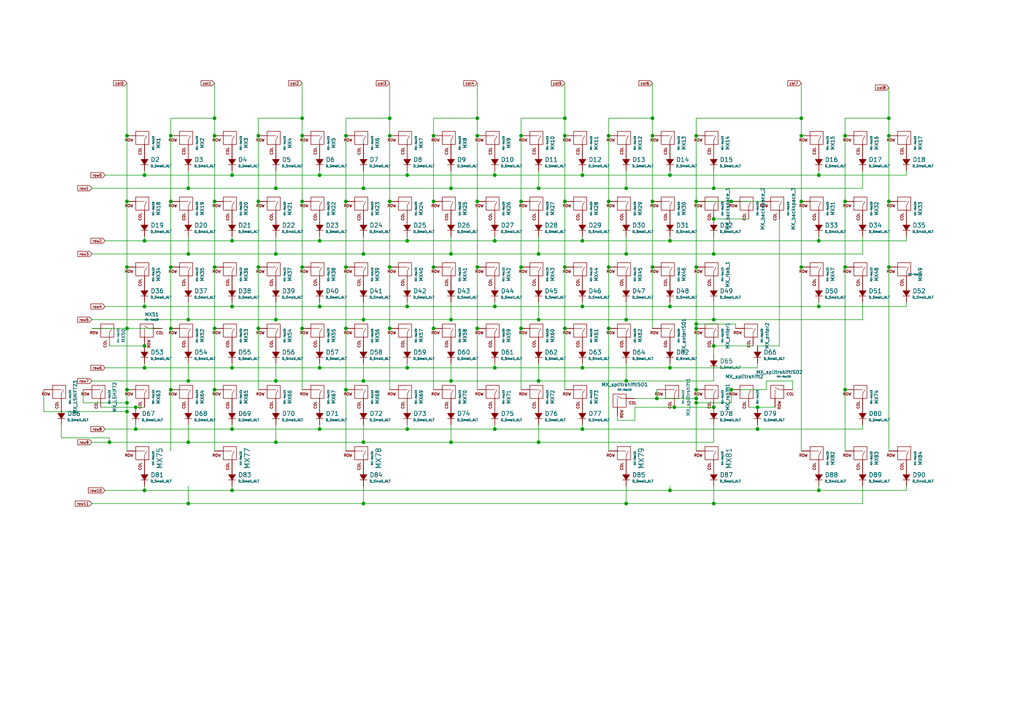
<source format=kicad_sch>
(kicad_sch (version 20230121) (generator eeschema)
  (paper "A4")
  (junction (at 245.11 113.03))
  (junction (at 168.91 50.8))
  (junction (at 67.31 142.24))
  (junction (at 138.43 39.37))
  (junction (at 125.73 95.25))
  (junction (at 105.41 73.66))
  (junction (at 156.21 92.71))
  (junction (at 143.51 88.9))
  (junction (at 163.83 39.37))
  (junction (at 201.93 116.84))
  (junction (at 118.11 50.8))
  (junction (at 92.71 106.68))
  (junction (at 257.81 34.29))
  (junction (at 232.41 58.42))
  (junction (at 41.91 69.85))
  (junction (at 100.33 113.03))
  (junction (at 194.31 50.8))
  (junction (at 245.11 39.37))
  (junction (at 36.83 77.47))
  (junction (at 176.53 95.25))
  (junction (at 130.81 110.49))
  (junction (at 118.11 69.85))
  (junction (at 189.23 77.47))
  (junction (at 219.71 124.46))
  (junction (at 201.93 77.47))
  (junction (at 201.93 58.42))
  (junction (at 176.53 39.37))
  (junction (at 87.63 34.29))
  (junction (at 67.31 50.8))
  (junction (at 207.01 100.33))
  (junction (at 156.21 54.61))
  (junction (at 130.81 54.61))
  (junction (at 176.53 77.47))
  (junction (at 194.31 69.85))
  (junction (at 74.93 95.25))
  (junction (at 181.61 73.66))
  (junction (at 62.23 95.25))
  (junction (at 80.01 110.49))
  (junction (at 201.93 93.98))
  (junction (at 54.61 146.05))
  (junction (at 92.71 124.46))
  (junction (at 143.51 50.8))
  (junction (at 194.31 106.68))
  (junction (at 87.63 77.47))
  (junction (at 36.83 119.38))
  (junction (at 62.23 34.29))
  (junction (at 257.81 58.42))
  (junction (at 100.33 95.25))
  (junction (at 207.01 54.61))
  (junction (at 87.63 95.25))
  (junction (at 143.51 106.68))
  (junction (at 105.41 146.05))
  (junction (at 232.41 77.47))
  (junction (at 151.13 77.47))
  (junction (at 207.01 146.05))
  (junction (at 36.83 95.25))
  (junction (at 105.41 54.61))
  (junction (at 130.81 73.66))
  (junction (at 138.43 95.25))
  (junction (at 156.21 110.49))
  (junction (at 113.03 39.37))
  (junction (at 62.23 58.42))
  (junction (at 87.63 58.42))
  (junction (at 257.81 39.37))
  (junction (at 41.91 106.68))
  (junction (at 245.11 77.47))
  (junction (at 176.53 58.42))
  (junction (at 118.11 88.9))
  (junction (at 67.31 88.9))
  (junction (at 39.37 118.11))
  (junction (at 54.61 128.27))
  (junction (at 151.13 95.25))
  (junction (at 41.91 142.24))
  (junction (at 74.93 77.47))
  (junction (at 80.01 73.66))
  (junction (at 36.83 58.42))
  (junction (at 49.53 39.37))
  (junction (at 54.61 73.66))
  (junction (at 201.93 95.25))
  (junction (at 151.13 39.37))
  (junction (at 67.31 106.68))
  (junction (at 74.93 58.42))
  (junction (at 189.23 34.29))
  (junction (at 156.21 73.66))
  (junction (at 49.53 95.25))
  (junction (at 130.81 92.71))
  (junction (at 113.03 58.42))
  (junction (at 212.09 58.42))
  (junction (at 168.91 106.68))
  (junction (at 181.61 92.71))
  (junction (at 207.01 92.71))
  (junction (at 181.61 146.05))
  (junction (at 105.41 110.49))
  (junction (at 237.49 69.85))
  (junction (at 207.01 63.5))
  (junction (at 74.93 39.37))
  (junction (at 105.41 92.71))
  (junction (at 113.03 95.25))
  (junction (at 118.11 106.68))
  (junction (at 138.43 34.29))
  (junction (at 189.23 39.37))
  (junction (at 100.33 39.37))
  (junction (at 195.58 118.11))
  (junction (at 143.51 124.46))
  (junction (at 92.71 88.9))
  (junction (at 118.11 124.46))
  (junction (at 232.41 34.29))
  (junction (at 194.31 88.9))
  (junction (at 113.03 77.47))
  (junction (at 92.71 50.8))
  (junction (at 201.93 113.03))
  (junction (at 138.43 77.47))
  (junction (at 54.61 110.49))
  (junction (at 232.41 39.37))
  (junction (at 100.33 77.47))
  (junction (at 87.63 39.37))
  (junction (at 207.01 118.11))
  (junction (at 163.83 77.47))
  (junction (at 36.83 113.03))
  (junction (at 237.49 50.8))
  (junction (at 189.23 58.42))
  (junction (at 36.83 116.84))
  (junction (at 92.71 69.85))
  (junction (at 181.61 110.49))
  (junction (at 163.83 95.25))
  (junction (at 125.73 77.47))
  (junction (at 31.75 128.27))
  (junction (at 113.03 34.29))
  (junction (at 49.53 113.03))
  (junction (at 168.91 69.85))
  (junction (at 212.09 113.03))
  (junction (at 156.21 128.27))
  (junction (at 219.71 118.11))
  (junction (at 138.43 58.42))
  (junction (at 163.83 58.42))
  (junction (at 143.51 69.85))
  (junction (at 41.91 50.8))
  (junction (at 67.31 124.46))
  (junction (at 125.73 39.37))
  (junction (at 100.33 58.42))
  (junction (at 62.23 39.37))
  (junction (at 41.91 88.9))
  (junction (at 207.01 73.66))
  (junction (at 201.93 115.57))
  (junction (at 39.37 124.46))
  (junction (at 168.91 88.9))
  (junction (at 130.81 128.27))
  (junction (at 168.91 124.46))
  (junction (at 257.81 77.47))
  (junction (at 49.53 58.42))
  (junction (at 237.49 88.9))
  (junction (at 62.23 77.47))
  (junction (at 49.53 77.47))
  (junction (at 237.49 142.24))
  (junction (at 181.61 54.61))
  (junction (at 80.01 128.27))
  (junction (at 245.11 58.42))
  (junction (at 201.93 39.37))
  (junction (at 67.31 69.85))
  (junction (at 36.83 39.37))
  (junction (at 54.61 54.61))
  (junction (at 190.5 115.57))
  (junction (at 105.41 128.27))
  (junction (at 194.31 142.24))
  (junction (at 151.13 58.42))
  (junction (at 80.01 92.71))
  (junction (at 41.91 100.33))
  (junction (at 54.61 92.71))
  (junction (at 62.23 113.03))
  (junction (at 163.83 34.29))
  (junction (at 125.73 58.42))
  (junction (at 80.01 54.61))
  (wire (pts (xy 54.61 92.71) (xy 54.61 87.63)))
  (wire (pts (xy 262.89 49.53) (xy 262.89 50.8)))
  (wire (pts (xy 113.03 77.47) (xy 113.03 95.25)))
  (wire (pts (xy 201.93 34.29) (xy 232.41 34.29)))
  (wire (pts (xy 80.01 73.66) (xy 80.01 68.58)))
  (wire (pts (xy 29.21 118.11) (xy 39.37 118.11)))
  (wire (pts (xy 67.31 50.8) (xy 67.31 49.53)))
  (wire (pts (xy 237.49 140.97) (xy 237.49 142.24)))
  (wire (pts (xy 163.83 24.13) (xy 163.83 34.29)))
  (wire (pts (xy 207.01 54.61) (xy 250.19 54.61)))
  (wire (pts (xy 105.41 110.49) (xy 80.01 110.49)))
  (wire (pts (xy 156.21 105.41) (xy 156.21 110.49)))
  (wire (pts (xy 125.73 58.42) (xy 125.73 39.37)))
  (wire (pts (xy 41.91 50.8) (xy 41.91 49.53)))
  (wire (pts (xy 41.91 69.85) (xy 41.91 68.58)))
  (wire (pts (xy 36.83 95.25) (xy 46.99 95.25)))
  (wire (pts (xy 143.51 49.53) (xy 143.51 50.8)))
  (wire (pts (xy 168.91 69.85) (xy 194.31 69.85)))
  (wire (pts (xy 30.48 69.85) (xy 41.91 69.85)))
  (wire (pts (xy 194.31 105.41) (xy 194.31 106.68)))
  (wire (pts (xy 201.93 115.57) (xy 201.93 116.84)))
  (wire (pts (xy 250.19 92.71) (xy 207.01 92.71)))
  (wire (pts (xy 92.71 124.46) (xy 118.11 124.46)))
  (wire (pts (xy 151.13 39.37) (xy 151.13 34.29)))
  (wire (pts (xy 262.89 88.9) (xy 262.89 87.63)))
  (wire (pts (xy 118.11 69.85) (xy 118.11 68.58)))
  (wire (pts (xy 26.67 128.27) (xy 31.75 128.27)))
  (wire (pts (xy 181.61 73.66) (xy 207.01 73.66)))
  (wire (pts (xy 257.81 34.29) (xy 257.81 39.37)))
  (wire (pts (xy 74.93 39.37) (xy 74.93 34.29)))
  (wire (pts (xy 168.91 49.53) (xy 168.91 50.8)))
  (wire (pts (xy 41.91 142.24) (xy 41.91 140.97)))
  (wire (pts (xy 181.61 105.41) (xy 181.61 110.49)))
  (wire (pts (xy 176.53 34.29) (xy 189.23 34.29)))
  (wire (pts (xy 67.31 69.85) (xy 67.31 68.58)))
  (wire (pts (xy 257.81 77.47) (xy 257.81 130.81)))
  (wire (pts (xy 156.21 73.66) (xy 181.61 73.66)))
  (wire (pts (xy 226.06 63.5) (xy 226.06 100.33)))
  (wire (pts (xy 194.31 106.68) (xy 219.71 106.68)))
  (wire (pts (xy 257.81 25.4) (xy 257.81 34.29)))
  (wire (pts (xy 213.36 93.98) (xy 213.36 95.25)))
  (wire (pts (xy 24.13 113.03) (xy 24.13 116.84)))
  (wire (pts (xy 49.53 130.81) (xy 49.53 113.03)))
  (wire (pts (xy 74.93 77.47) (xy 74.93 58.42)))
  (wire (pts (xy 257.81 39.37) (xy 257.81 58.42)))
  (wire (pts (xy 125.73 39.37) (xy 125.73 34.29)))
  (wire (pts (xy 54.61 128.27) (xy 80.01 128.27)))
  (wire (pts (xy 189.23 24.13) (xy 189.23 34.29)))
  (wire (pts (xy 49.53 34.29) (xy 62.23 34.29)))
  (wire (pts (xy 62.23 58.42) (xy 62.23 77.47)))
  (wire (pts (xy 262.89 142.24) (xy 237.49 142.24)))
  (wire (pts (xy 105.41 105.41) (xy 105.41 110.49)))
  (wire (pts (xy 100.33 130.81) (xy 100.33 113.03)))
  (wire (pts (xy 232.41 77.47) (xy 232.41 130.81)))
  (wire (pts (xy 181.61 110.49) (xy 156.21 110.49)))
  (wire (pts (xy 156.21 54.61) (xy 181.61 54.61)))
  (wire (pts (xy 245.11 77.47) (xy 245.11 58.42)))
  (wire (pts (xy 36.83 113.03) (xy 36.83 116.84)))
  (wire (pts (xy 92.71 50.8) (xy 118.11 50.8)))
  (wire (pts (xy 62.23 34.29) (xy 62.23 39.37)))
  (wire (pts (xy 100.33 77.47) (xy 100.33 58.42)))
  (wire (pts (xy 49.53 95.25) (xy 49.53 77.47)))
  (wire (pts (xy 54.61 128.27) (xy 54.61 123.19)))
  (wire (pts (xy 30.48 142.24) (xy 41.91 142.24)))
  (wire (pts (xy 184.15 118.11) (xy 195.58 118.11)))
  (wire (pts (xy 138.43 34.29) (xy 138.43 39.37)))
  (wire (pts (xy 118.11 88.9) (xy 143.51 88.9)))
  (wire (pts (xy 168.91 106.68) (xy 143.51 106.68)))
  (wire (pts (xy 100.33 39.37) (xy 100.33 34.29)))
  (wire (pts (xy 143.51 50.8) (xy 118.11 50.8)))
  (wire (pts (xy 54.61 73.66) (xy 54.61 68.58)))
  (wire (pts (xy 30.48 50.8) (xy 41.91 50.8)))
  (wire (pts (xy 237.49 49.53) (xy 237.49 50.8)))
  (wire (pts (xy 212.09 113.03) (xy 222.25 113.03)))
  (wire (pts (xy 219.71 118.11) (xy 224.79 118.11)))
  (wire (pts (xy 80.01 105.41) (xy 80.01 110.49)))
  (wire (pts (xy 262.89 50.8) (xy 237.49 50.8)))
  (wire (pts (xy 92.71 88.9) (xy 92.71 87.63)))
  (wire (pts (xy 100.33 95.25) (xy 100.33 77.47)))
  (wire (pts (xy 67.31 88.9) (xy 92.71 88.9)))
  (wire (pts (xy 189.23 58.42) (xy 189.23 77.47)))
  (wire (pts (xy 41.91 88.9) (xy 41.91 87.63)))
  (wire (pts (xy 250.19 73.66) (xy 250.19 68.58)))
  (wire (pts (xy 74.93 34.29) (xy 87.63 34.29)))
  (wire (pts (xy 250.19 54.61) (xy 250.19 49.53)))
  (wire (pts (xy 105.41 73.66) (xy 105.41 68.58)))
  (wire (pts (xy 118.11 124.46) (xy 118.11 123.19)))
  (wire (pts (xy 92.71 88.9) (xy 118.11 88.9)))
  (wire (pts (xy 194.31 69.85) (xy 237.49 69.85)))
  (wire (pts (xy 257.81 58.42) (xy 257.81 77.47)))
  (wire (pts (xy 207.01 73.66) (xy 207.01 68.58)))
  (wire (pts (xy 41.91 106.68) (xy 41.91 105.41)))
  (wire (pts (xy 49.53 77.47) (xy 49.53 58.42)))
  (wire (pts (xy 207.01 87.63) (xy 207.01 92.71)))
  (wire (pts (xy 232.41 34.29) (xy 232.41 39.37)))
  (wire (pts (xy 250.19 140.97) (xy 250.19 146.05)))
  (wire (pts (xy 245.11 113.03) (xy 245.11 77.47)))
  (wire (pts (xy 138.43 95.25) (xy 138.43 113.03)))
  (wire (pts (xy 176.53 130.81) (xy 176.53 95.25)))
  (wire (pts (xy 105.41 146.05) (xy 105.41 140.97)))
  (wire (pts (xy 138.43 39.37) (xy 138.43 58.42)))
  (wire (pts (xy 130.81 110.49) (xy 105.41 110.49)))
  (wire (pts (xy 201.93 39.37) (xy 201.93 34.29)))
  (wire (pts (xy 67.31 124.46) (xy 92.71 124.46)))
  (wire (pts (xy 54.61 92.71) (xy 80.01 92.71)))
  (wire (pts (xy 207.01 146.05) (xy 181.61 146.05)))
  (wire (pts (xy 176.53 39.37) (xy 176.53 34.29)))
  (wire (pts (xy 130.81 105.41) (xy 130.81 110.49)))
  (wire (pts (xy 237.49 142.24) (xy 194.31 142.24)))
  (wire (pts (xy 87.63 77.47) (xy 87.63 95.25)))
  (wire (pts (xy 194.31 49.53) (xy 194.31 50.8)))
  (wire (pts (xy 181.61 54.61) (xy 181.61 49.53)))
  (wire (pts (xy 130.81 73.66) (xy 156.21 73.66)))
  (wire (pts (xy 54.61 73.66) (xy 80.01 73.66)))
  (wire (pts (xy 105.41 146.05) (xy 181.61 146.05)))
  (wire (pts (xy 62.23 95.25) (xy 62.23 113.03)))
  (wire (pts (xy 156.21 110.49) (xy 130.81 110.49)))
  (wire (pts (xy 92.71 124.46) (xy 92.71 123.19)))
  (wire (pts (xy 67.31 142.24) (xy 67.31 140.97)))
  (wire (pts (xy 138.43 58.42) (xy 138.43 77.47)))
  (wire (pts (xy 207.01 100.33) (xy 218.44 100.33)))
  (wire (pts (xy 80.01 54.61) (xy 105.41 54.61)))
  (wire (pts (xy 87.63 24.13) (xy 87.63 34.29)))
  (wire (pts (xy 163.83 77.47) (xy 163.83 95.25)))
  (wire (pts (xy 39.37 118.11) (xy 41.91 118.11)))
  (wire (pts (xy 207.01 73.66) (xy 250.19 73.66)))
  (wire (pts (xy 212.09 113.03) (xy 212.09 116.84)))
  (wire (pts (xy 194.31 69.85) (xy 194.31 68.58)))
  (wire (pts (xy 181.61 87.63) (xy 181.61 92.71)))
  (wire (pts (xy 36.83 77.47) (xy 36.83 95.25)))
  (wire (pts (xy 151.13 34.29) (xy 163.83 34.29)))
  (wire (pts (xy 100.33 113.03) (xy 100.33 95.25)))
  (wire (pts (xy 62.23 77.47) (xy 62.23 95.25)))
  (wire (pts (xy 245.11 58.42) (xy 245.11 39.37)))
  (wire (pts (xy 105.41 73.66) (xy 130.81 73.66)))
  (wire (pts (xy 232.41 58.42) (xy 232.41 77.47)))
  (wire (pts (xy 105.41 128.27) (xy 105.41 123.19)))
  (wire (pts (xy 229.87 110.49) (xy 222.25 110.49)))
  (wire (pts (xy 237.49 88.9) (xy 262.89 88.9)))
  (wire (pts (xy 62.23 113.03) (xy 62.23 130.81)))
  (wire (pts (xy 201.93 93.98) (xy 213.36 93.98)))
  (wire (pts (xy 100.33 58.42) (xy 100.33 39.37)))
  (wire (pts (xy 67.31 106.68) (xy 67.31 105.41)))
  (wire (pts (xy 189.23 39.37) (xy 189.23 58.42)))
  (wire (pts (xy 80.01 128.27) (xy 80.01 123.19)))
  (wire (pts (xy 12.7 113.03) (xy 12.7 119.38)))
  (wire (pts (xy 194.31 88.9) (xy 194.31 87.63)))
  (wire (pts (xy 143.51 88.9) (xy 168.91 88.9)))
  (wire (pts (xy 80.01 73.66) (xy 105.41 73.66)))
  (wire (pts (xy 54.61 54.61) (xy 80.01 54.61)))
  (wire (pts (xy 245.11 39.37) (xy 245.11 34.29)))
  (wire (pts (xy 156.21 54.61) (xy 156.21 49.53)))
  (wire (pts (xy 105.41 92.71) (xy 105.41 87.63)))
  (wire (pts (xy 49.53 58.42) (xy 49.53 39.37)))
  (wire (pts (xy 232.41 24.13) (xy 232.41 34.29)))
  (wire (pts (xy 207.01 128.27) (xy 156.21 128.27)))
  (wire (pts (xy 87.63 39.37) (xy 87.63 58.42)))
  (wire (pts (xy 194.31 50.8) (xy 168.91 50.8)))
  (wire (pts (xy 195.58 118.11) (xy 207.01 118.11)))
  (wire (pts (xy 181.61 140.97) (xy 181.61 146.05)))
  (wire (pts (xy 201.93 95.25) (xy 201.93 93.98)))
  (wire (pts (xy 87.63 58.42) (xy 87.63 77.47)))
  (wire (pts (xy 26.67 92.71) (xy 54.61 92.71)))
  (wire (pts (xy 219.71 123.19) (xy 219.71 124.46)))
  (wire (pts (xy 130.81 73.66) (xy 130.81 68.58)))
  (wire (pts (xy 143.51 69.85) (xy 143.51 68.58)))
  (wire (pts (xy 194.31 88.9) (xy 237.49 88.9)))
  (wire (pts (xy 39.37 124.46) (xy 39.37 123.19)))
  (wire (pts (xy 163.83 39.37) (xy 163.83 58.42)))
  (wire (pts (xy 80.01 128.27) (xy 105.41 128.27)))
  (wire (pts (xy 232.41 39.37) (xy 232.41 58.42)))
  (wire (pts (xy 250.19 87.63) (xy 250.19 92.71)))
  (wire (pts (xy 151.13 58.42) (xy 151.13 39.37)))
  (wire (pts (xy 138.43 77.47) (xy 138.43 95.25)))
  (wire (pts (xy 118.11 88.9) (xy 118.11 87.63)))
  (wire (pts (xy 156.21 73.66) (xy 156.21 68.58)))
  (wire (pts (xy 194.31 142.24) (xy 194.31 140.97)))
  (wire (pts (xy 130.81 54.61) (xy 130.81 49.53)))
  (wire (pts (xy 189.23 77.47) (xy 189.23 95.25)))
  (wire (pts (xy 67.31 106.68) (xy 92.71 106.68)))
  (wire (pts (xy 113.03 34.29) (xy 113.03 39.37)))
  (wire (pts (xy 105.41 54.61) (xy 105.41 49.53)))
  (wire (pts (xy 168.91 50.8) (xy 143.51 50.8)))
  (wire (pts (xy 245.11 34.29) (xy 257.81 34.29)))
  (wire (pts (xy 92.71 69.85) (xy 118.11 69.85)))
  (wire (pts (xy 125.73 95.25) (xy 125.73 77.47)))
  (wire (pts (xy 113.03 24.13) (xy 113.03 34.29)))
  (wire (pts (xy 26.67 95.25) (xy 36.83 95.25)))
  (wire (pts (xy 212.09 116.84) (xy 201.93 116.84)))
  (wire (pts (xy 168.91 88.9) (xy 168.91 87.63)))
  (wire (pts (xy 92.71 106.68) (xy 92.71 105.41)))
  (wire (pts (xy 163.83 34.29) (xy 163.83 39.37)))
  (wire (pts (xy 201.93 58.42) (xy 201.93 39.37)))
  (wire (pts (xy 41.91 106.68) (xy 67.31 106.68)))
  (wire (pts (xy 181.61 92.71) (xy 156.21 92.71)))
  (wire (pts (xy 130.81 54.61) (xy 156.21 54.61)))
  (wire (pts (xy 143.51 124.46) (xy 143.51 123.19)))
  (wire (pts (xy 181.61 110.49) (xy 207.01 110.49)))
  (wire (pts (xy 151.13 95.25) (xy 151.13 77.47)))
  (wire (pts (xy 190.5 115.57) (xy 201.93 115.57)))
  (wire (pts (xy 36.83 119.38) (xy 36.83 130.81)))
  (wire (pts (xy 74.93 58.42) (xy 74.93 39.37)))
  (wire (pts (xy 31.75 127) (xy 31.75 128.27)))
  (wire (pts (xy 212.09 58.42) (xy 201.93 58.42)))
  (wire (pts (xy 105.41 54.61) (xy 130.81 54.61)))
  (wire (pts (xy 237.49 69.85) (xy 237.49 68.58)))
  (wire (pts (xy 36.83 95.25) (xy 36.83 113.03)))
  (wire (pts (xy 30.48 124.46) (xy 39.37 124.46)))
  (wire (pts (xy 49.53 113.03) (xy 49.53 95.25)))
  (wire (pts (xy 201.93 113.03) (xy 201.93 115.57)))
  (wire (pts (xy 168.91 124.46) (xy 168.91 123.19)))
  (wire (pts (xy 41.91 69.85) (xy 67.31 69.85)))
  (wire (pts (xy 220.98 58.42) (xy 212.09 58.42)))
  (wire (pts (xy 118.11 106.68) (xy 143.51 106.68)))
  (wire (pts (xy 54.61 146.05) (xy 105.41 146.05)))
  (wire (pts (xy 143.51 124.46) (xy 168.91 124.46)))
  (wire (pts (xy 156.21 87.63) (xy 156.21 92.71)))
  (wire (pts (xy 156.21 92.71) (xy 130.81 92.71)))
  (wire (pts (xy 250.19 146.05) (xy 207.01 146.05)))
  (wire (pts (xy 92.71 68.58) (xy 92.71 69.85)))
  (wire (pts (xy 262.89 69.85) (xy 262.89 68.58)))
  (wire (pts (xy 54.61 49.53) (xy 54.61 54.61)))
  (wire (pts (xy 31.75 100.33) (xy 41.91 100.33)))
  (wire (pts (xy 31.75 128.27) (xy 54.61 128.27)))
  (wire (pts (xy 130.81 92.71) (xy 130.81 87.63)))
  (wire (pts (xy 54.61 54.61) (xy 26.67 54.61)))
  (wire (pts (xy 245.11 130.81) (xy 245.11 113.03)))
  (wire (pts (xy 168.91 106.68) (xy 194.31 106.68)))
  (wire (pts (xy 179.07 121.92) (xy 184.15 121.92)))
  (wire (pts (xy 41.91 142.24) (xy 67.31 142.24)))
  (wire (pts (xy 143.51 69.85) (xy 168.91 69.85)))
  (wire (pts (xy 156.21 128.27) (xy 130.81 128.27)))
  (wire (pts (xy 113.03 39.37) (xy 113.03 58.42)))
  (wire (pts (xy 49.53 39.37) (xy 49.53 34.29)))
  (wire (pts (xy 201.93 77.47) (xy 201.93 58.42)))
  (wire (pts (xy 222.25 110.49) (xy 222.25 113.03)))
  (wire (pts (xy 163.83 95.25) (xy 163.83 113.03)))
  (wire (pts (xy 163.83 58.42) (xy 163.83 77.47)))
  (wire (pts (xy 250.19 124.46) (xy 250.19 123.19)))
  (wire (pts (xy 74.93 95.25) (xy 74.93 77.47)))
  (wire (pts (xy 26.67 73.66) (xy 54.61 73.66)))
  (wire (pts (xy 17.78 127) (xy 31.75 127)))
  (wire (pts (xy 207.01 54.61) (xy 207.01 49.53)))
  (wire (pts (xy 62.23 24.13) (xy 62.23 34.29)))
  (wire (pts (xy 54.61 146.05) (xy 54.61 140.97)))
  (wire (pts (xy 184.15 118.11) (xy 184.15 121.92)))
  (wire (pts (xy 67.31 124.46) (xy 67.31 123.19)))
  (wire (pts (xy 67.31 50.8) (xy 92.71 50.8)))
  (wire (pts (xy 118.11 69.85) (xy 143.51 69.85)))
  (wire (pts (xy 12.7 119.38) (xy 36.83 119.38)))
  (wire (pts (xy 181.61 54.61) (xy 207.01 54.61)))
  (wire (pts (xy 118.11 124.46) (xy 143.51 124.46)))
  (wire (pts (xy 24.13 116.84) (xy 36.83 116.84)))
  (wire (pts (xy 36.83 39.37) (xy 36.83 58.42)))
  (wire (pts (xy 67.31 88.9) (xy 67.31 87.63)))
  (wire (pts (xy 201.93 113.03) (xy 201.93 95.25)))
  (wire (pts (xy 87.63 34.29) (xy 87.63 39.37)))
  (wire (pts (xy 17.78 123.19) (xy 17.78 127)))
  (wire (pts (xy 217.17 63.5) (xy 207.01 63.5)))
  (wire (pts (xy 176.53 77.47) (xy 176.53 58.42)))
  (wire (pts (xy 207.01 92.71) (xy 181.61 92.71)))
  (wire (pts (xy 113.03 95.25) (xy 113.03 113.03)))
  (wire (pts (xy 207.01 123.19) (xy 207.01 128.27)))
  (wire (pts (xy 219.71 118.11) (xy 217.17 118.11)))
  (wire (pts (xy 41.91 88.9) (xy 67.31 88.9)))
  (wire (pts (xy 54.61 105.41) (xy 54.61 110.49)))
  (wire (pts (xy 207.01 107.95) (xy 207.01 110.49)))
  (wire (pts (xy 36.83 58.42) (xy 36.83 77.47)))
  (wire (pts (xy 168.91 69.85) (xy 168.91 68.58)))
  (wire (pts (xy 39.37 124.46) (xy 67.31 124.46)))
  (wire (pts (xy 125.73 77.47) (xy 125.73 58.42)))
  (wire (pts (xy 67.31 142.24) (xy 194.31 142.24)))
  (wire (pts (xy 190.5 113.03) (xy 190.5 115.57)))
  (wire (pts (xy 181.61 73.66) (xy 181.61 68.58)))
  (wire (pts (xy 36.83 116.84) (xy 36.83 119.38)))
  (wire (pts (xy 151.13 113.03) (xy 151.13 95.25)))
  (wire (pts (xy 237.49 88.9) (xy 237.49 87.63)))
  (wire (pts (xy 80.01 92.71) (xy 105.41 92.71)))
  (wire (pts (xy 226.06 100.33) (xy 219.71 100.33)))
  (wire (pts (xy 125.73 34.29) (xy 138.43 34.29)))
  (wire (pts (xy 184.15 115.57) (xy 190.5 115.57)))
  (wire (pts (xy 92.71 69.85) (xy 67.31 69.85)))
  (wire (pts (xy 201.93 93.98) (xy 201.93 77.47)))
  (wire (pts (xy 201.93 116.84) (xy 201.93 130.81)))
  (wire (pts (xy 26.67 146.05) (xy 54.61 146.05)))
  (wire (pts (xy 151.13 77.47) (xy 151.13 58.42)))
  (wire (pts (xy 262.89 140.97) (xy 262.89 142.24)))
  (wire (pts (xy 189.23 34.29) (xy 189.23 39.37)))
  (wire (pts (xy 168.91 124.46) (xy 219.71 124.46)))
  (wire (pts (xy 176.53 58.42) (xy 176.53 39.37)))
  (wire (pts (xy 207.01 102.87) (xy 207.01 100.33)))
  (wire (pts (xy 237.49 69.85) (xy 262.89 69.85)))
  (wire (pts (xy 41.91 50.8) (xy 67.31 50.8)))
  (wire (pts (xy 143.51 88.9) (xy 143.51 87.63)))
  (wire (pts (xy 105.41 128.27) (xy 130.81 128.27)))
  (wire (pts (xy 92.71 50.8) (xy 92.71 49.53)))
  (wire (pts (xy 229.87 113.03) (xy 229.87 110.49)))
  (wire (pts (xy 118.11 49.53) (xy 118.11 50.8)))
  (wire (pts (xy 130.81 128.27) (xy 130.81 123.19)))
  (wire (pts (xy 92.71 106.68) (xy 118.11 106.68)))
  (wire (pts (xy 219.71 124.46) (xy 250.19 124.46)))
  (wire (pts (xy 125.73 113.03) (xy 125.73 95.25)))
  (wire (pts (xy 138.43 24.13) (xy 138.43 34.29)))
  (wire (pts (xy 62.23 39.37) (xy 62.23 58.42)))
  (wire (pts (xy 30.48 88.9) (xy 41.91 88.9)))
  (wire (pts (xy 143.51 106.68) (xy 143.51 105.41)))
  (wire (pts (xy 74.93 113.03) (xy 74.93 95.25)))
  (wire (pts (xy 113.03 58.42) (xy 113.03 77.47)))
  (wire (pts (xy 87.63 95.25) (xy 87.63 113.03)))
  (wire (pts (xy 179.07 120.65) (xy 179.07 121.92)))
  (wire (pts (xy 118.11 106.68) (xy 118.11 105.41)))
  (wire (pts (xy 36.83 24.13) (xy 36.83 39.37)))
  (wire (pts (xy 168.91 105.41) (xy 168.91 106.68)))
  (wire (pts (xy 176.53 95.25) (xy 176.53 77.47)))
  (wire (pts (xy 80.01 54.61) (xy 80.01 49.53)))
  (wire (pts (xy 80.01 110.49) (xy 54.61 110.49)))
  (wire (pts (xy 237.49 50.8) (xy 194.31 50.8)))
  (wire (pts (xy 100.33 34.29) (xy 113.03 34.29)))
  (wire (pts (xy 156.21 123.19) (xy 156.21 128.27)))
  (wire (pts (xy 80.01 92.71) (xy 80.01 87.63)))
  (wire (pts (xy 54.61 110.49) (xy 26.67 110.49)))
  (wire (pts (xy 105.41 92.71) (xy 130.81 92.71)))
  (wire (pts (xy 168.91 88.9) (xy 194.31 88.9)))
  (wire (pts (xy 219.71 106.68) (xy 219.71 105.41)))
  (wire (pts (xy 207.01 140.97) (xy 207.01 146.05)))
  (wire (pts (xy 30.48 106.68) (xy 41.91 106.68)))
  (global_label "row10" (shape input) (at 30.48 142.24 180) (effects (font (size 0.762 0.762))) (property "Intersheetrefs" "${INTERSHEET_REFS}" (effects hide)))
  (global_label "row7" (shape input) (at 26.67 110.49 180) (effects (font (size 0.762 0.762))) (property "Intersheetrefs" "${INTERSHEET_REFS}" (effects hide)))
  (global_label "row0" (shape input) (at 30.48 50.8 180) (effects (font (size 0.762 0.762))) (property "Intersheetrefs" "${INTERSHEET_REFS}" (effects hide)))
  (global_label "row3" (shape input) (at 26.67 73.66 180) (effects (font (size 0.762 0.762))) (property "Intersheetrefs" "${INTERSHEET_REFS}" (effects hide)))
  (global_label "row5" (shape input) (at 26.67 92.71 180) (effects (font (size 0.762 0.762))) (property "Intersheetrefs" "${INTERSHEET_REFS}" (effects hide)))
  (global_label "row4" (shape input) (at 30.48 88.9 180) (effects (font (size 0.762 0.762))) (property "Intersheetrefs" "${INTERSHEET_REFS}" (effects hide)))
  (global_label "col2" (shape input) (at 87.63 24.13 180) (effects (font (size 0.762 0.762))) (property "Intersheetrefs" "${INTERSHEET_REFS}" (effects hide)))
  (global_label "row2" (shape input) (at 30.48 69.85 180) (effects (font (size 0.762 0.762))) (property "Intersheetrefs" "${INTERSHEET_REFS}" (effects hide)))
  (global_label "row9" (shape input) (at 26.67 128.27 180) (effects (font (size 0.762 0.762))) (property "Intersheetrefs" "${INTERSHEET_REFS}" (effects hide)))
  (global_label "col3" (shape input) (at 113.03 24.13 180) (effects (font (size 0.762 0.762))) (property "Intersheetrefs" "${INTERSHEET_REFS}" (effects hide)))
  (global_label "col4" (shape input) (at 138.43 24.13 180) (effects (font (size 0.762 0.762))) (property "Intersheetrefs" "${INTERSHEET_REFS}" (effects hide)))
  (global_label "col5" (shape input) (at 163.83 24.13 180) (effects (font (size 0.762 0.762))) (property "Intersheetrefs" "${INTERSHEET_REFS}" (effects hide)))
  (global_label "row8" (shape input) (at 30.48 124.46 180) (effects (font (size 0.762 0.762))) (property "Intersheetrefs" "${INTERSHEET_REFS}" (effects hide)))
  (global_label "row11" (shape input) (at 26.67 146.05 180) (effects (font (size 0.762 0.762))) (property "Intersheetrefs" "${INTERSHEET_REFS}" (effects hide)))
  (global_label "col7" (shape input) (at 232.41 24.13 180) (effects (font (size 0.762 0.762))) (property "Intersheetrefs" "${INTERSHEET_REFS}" (effects hide)))
  (global_label "col1" (shape input) (at 62.23 24.13 180) (effects (font (size 0.762 0.762))) (property "Intersheetrefs" "${INTERSHEET_REFS}" (effects hide)))
  (global_label "row1" (shape input) (at 26.67 54.61 180) (effects (font (size 0.762 0.762))) (property "Intersheetrefs" "${INTERSHEET_REFS}" (effects hide)))
  (global_label "col0" (shape input) (at 36.83 24.13 180) (effects (font (size 0.762 0.762))) (property "Intersheetrefs" "${INTERSHEET_REFS}" (effects hide)))
  (global_label "col8" (shape input) (at 257.81 25.4 180) (effects (font (size 0.762 0.762))) (property "Intersheetrefs" "${INTERSHEET_REFS}" (effects hide)))
  (global_label "row6" (shape input) (at 30.48 106.68 180) (effects (font (size 0.762 0.762))) (property "Intersheetrefs" "${INTERSHEET_REFS}" (effects hide)))
  (global_label "col6" (shape input) (at 189.23 24.13 180) (effects (font (size 0.762 0.762))) (property "Intersheetrefs" "${INTERSHEET_REFS}" (effects hide)))
  (symbol (lib_id "conceptpcb-rescue:MX-NoLED-mx") (at 104.14 132.08 270) (unit 1)
    (property "Reference" "MX78" (at 109.8042 132.9182 0) (effects (font (size 1.524 1.524))))
    (property "Value" "MX-NoLED" (at 107.9246 132.9182 0) (effects (font (size 0.508 0.508))))
    (property "Footprint" "bevin:MX-7U-ReversedStabilizers-NoLED" (effects hide))
  )
  (symbol (lib_id "conceptpcb-rescue:MX-NoLED-mx") (at 40.64 132.08 270) (unit 1)
    (property "Reference" "MX75" (at 46.3042 132.9182 0) (effects (font (size 1.524 1.524))))
    (property "Value" "MX-NoLED" (at 44.4246 132.9182 0) (effects (font (size 0.508 0.508))))
    (property "Footprint" "bevin:MX-1.5U-NoLED" (effects hide))
  )
  (symbol (lib_id "conceptpcb-rescue:MX-NoLED-mx") (at 40.64 40.64 270) (unit 1)
    (property "Reference" "MX1" (at 45.9486 41.4782 0) (effects (font (size 0.9906 0.9906))))
    (property "Value" "MX-NoLED" (at 44.45 41.4782 0) (effects (font (size 0.508 0.508))))
    (property "Footprint" "bevin:MX-1U-NoLED" (effects hide))
  )
  (symbol (lib_id "Device:D_Small_ALT") (at 41.91 46.99 90) (unit 1)
    (property "Reference" "D2" (at 43.6372 46.3042 90) (effects (justify right)))
    (property "Value" "D_Small_ALT" (at 43.6372 48.133 90) (effects (font (size 0.6604 0.6604)) (justify right)))
    (property "Footprint" "conceptpcb:D_SOD-123" (effects hide))
  )
  (symbol (lib_id "conceptpcb-rescue:MX-NoLED-mx") (at 53.34 40.64 270) (unit 1)
    (property "Reference" "MX2" (at 58.6486 41.4782 0) (effects (font (size 0.9906 0.9906))))
    (property "Value" "MX-NoLED" (at 57.15 41.4782 0) (effects (font (size 0.508 0.508))))
    (property "Footprint" "bevin:MX-1U-NoLED" (effects hide))
  )
  (symbol (lib_id "Device:D_Small_ALT") (at 54.61 46.99 90) (unit 1)
    (property "Reference" "D3" (at 56.3372 46.3042 90) (effects (justify right)))
    (property "Value" "D_Small_ALT" (at 56.3372 48.133 90) (effects (font (size 0.6604 0.6604)) (justify right)))
    (property "Footprint" "conceptpcb:D_SOD-123" (effects hide))
  )
  (symbol (lib_id "conceptpcb-rescue:MX-NoLED-mx") (at 66.04 40.64 270) (unit 1)
    (property "Reference" "MX3" (at 71.3486 41.4782 0) (effects (font (size 0.9906 0.9906))))
    (property "Value" "MX-NoLED" (at 69.85 41.4782 0) (effects (font (size 0.508 0.508))))
    (property "Footprint" "bevin:MX-1U-NoLED" (effects hide))
  )
  (symbol (lib_id "Device:D_Small_ALT") (at 67.31 46.99 90) (unit 1)
    (property "Reference" "D4" (at 69.0372 46.3042 90) (effects (justify right)))
    (property "Value" "D_Small_ALT" (at 69.0372 48.133 90) (effects (font (size 0.6604 0.6604)) (justify right)))
    (property "Footprint" "conceptpcb:D_SOD-123" (effects hide))
  )
  (symbol (lib_id "conceptpcb-rescue:MX-NoLED-mx") (at 78.74 40.64 270) (unit 1)
    (property "Reference" "MX4" (at 84.0486 41.4782 0) (effects (font (size 0.9906 0.9906))))
    (property "Value" "MX-NoLED" (at 82.55 41.4782 0) (effects (font (size 0.508 0.508))))
    (property "Footprint" "bevin:MX-1U-NoLED" (effects hide))
  )
  (symbol (lib_id "Device:D_Small_ALT") (at 80.01 46.99 90) (unit 1)
    (property "Reference" "D5" (at 81.7372 46.3042 90) (effects (justify right)))
    (property "Value" "D_Small_ALT" (at 81.7372 48.133 90) (effects (font (size 0.6604 0.6604)) (justify right)))
    (property "Footprint" "conceptpcb:D_SOD-123" (effects hide))
  )
  (symbol (lib_id "conceptpcb-rescue:MX-NoLED-mx") (at 91.44 40.64 270) (unit 1)
    (property "Reference" "MX5" (at 96.7486 41.4782 0) (effects (font (size 0.9906 0.9906))))
    (property "Value" "MX-NoLED" (at 95.25 41.4782 0) (effects (font (size 0.508 0.508))))
    (property "Footprint" "bevin:MX-1U-NoLED" (effects hide))
  )
  (symbol (lib_id "Device:D_Small_ALT") (at 92.71 46.99 90) (unit 1)
    (property "Reference" "D6" (at 94.4372 46.3042 90) (effects (justify right)))
    (property "Value" "D_Small_ALT" (at 94.4372 48.133 90) (effects (font (size 0.6604 0.6604)) (justify right)))
    (property "Footprint" "conceptpcb:D_SOD-123" (effects hide))
  )
  (symbol (lib_id "conceptpcb-rescue:MX-NoLED-mx") (at 104.14 40.64 270) (unit 1)
    (property "Reference" "MX6" (at 109.4486 41.4782 0) (effects (font (size 0.9906 0.9906))))
    (property "Value" "MX-NoLED" (at 107.95 41.4782 0) (effects (font (size 0.508 0.508))))
    (property "Footprint" "bevin:MX-1U-NoLED" (effects hide))
  )
  (symbol (lib_id "Device:D_Small_ALT") (at 105.41 46.99 90) (unit 1)
    (property "Reference" "D7" (at 107.1372 46.3042 90) (effects (justify right)))
    (property "Value" "D_Small_ALT" (at 107.1372 48.133 90) (effects (font (size 0.6604 0.6604)) (justify right)))
    (property "Footprint" "conceptpcb:D_SOD-123" (effects hide))
  )
  (symbol (lib_id "conceptpcb-rescue:MX-NoLED-mx") (at 116.84 40.64 270) (unit 1)
    (property "Reference" "MX7" (at 122.1486 41.4782 0) (effects (font (size 0.9906 0.9906))))
    (property "Value" "MX-NoLED" (at 120.65 41.4782 0) (effects (font (size 0.508 0.508))))
    (property "Footprint" "bevin:MX-1U-NoLED" (effects hide))
  )
  (symbol (lib_id "Device:D_Small_ALT") (at 118.11 46.99 90) (unit 1)
    (property "Reference" "D8" (at 119.8372 46.3042 90) (effects (justify right)))
    (property "Value" "D_Small_ALT" (at 119.8372 48.133 90) (effects (font (size 0.6604 0.6604)) (justify right)))
    (property "Footprint" "conceptpcb:D_SOD-123" (effects hide))
  )
  (symbol (lib_id "conceptpcb-rescue:MX-NoLED-mx") (at 129.54 40.64 270) (unit 1)
    (property "Reference" "MX8" (at 134.8486 41.4782 0) (effects (font (size 0.9906 0.9906))))
    (property "Value" "MX-NoLED" (at 133.35 41.4782 0) (effects (font (size 0.508 0.508))))
    (property "Footprint" "bevin:MX-1U-NoLED" (effects hide))
  )
  (symbol (lib_id "Device:D_Small_ALT") (at 130.81 46.99 90) (unit 1)
    (property "Reference" "D9" (at 132.5372 46.3042 90) (effects (justify right)))
    (property "Value" "D_Small_ALT" (at 132.5372 48.133 90) (effects (font (size 0.6604 0.6604)) (justify right)))
    (property "Footprint" "conceptpcb:D_SOD-123" (effects hide))
  )
  (symbol (lib_id "conceptpcb-rescue:MX-NoLED-mx") (at 142.24 40.64 270) (unit 1)
    (property "Reference" "MX9" (at 147.5486 41.4782 0) (effects (font (size 0.9906 0.9906))))
    (property "Value" "MX-NoLED" (at 146.05 41.4782 0) (effects (font (size 0.508 0.508))))
    (property "Footprint" "bevin:MX-1U-NoLED" (effects hide))
  )
  (symbol (lib_id "Device:D_Small_ALT") (at 143.51 46.99 90) (unit 1)
    (property "Reference" "D10" (at 145.2372 46.3042 90) (effects (justify right)))
    (property "Value" "D_Small_ALT" (at 145.2372 48.133 90) (effects (font (size 0.6604 0.6604)) (justify right)))
    (property "Footprint" "conceptpcb:D_SOD-123" (effects hide))
  )
  (symbol (lib_id "conceptpcb-rescue:MX-NoLED-mx") (at 154.94 40.64 270) (unit 1)
    (property "Reference" "MX10" (at 160.2486 41.4782 0) (effects (font (size 0.9906 0.9906))))
    (property "Value" "MX-NoLED" (at 158.75 41.4782 0) (effects (font (size 0.508 0.508))))
    (property "Footprint" "bevin:MX-1U-NoLED" (effects hide))
  )
  (symbol (lib_id "Device:D_Small_ALT") (at 156.21 46.99 90) (unit 1)
    (property "Reference" "D11" (at 157.9372 46.3042 90) (effects (justify right)))
    (property "Value" "D_Small_ALT" (at 157.9372 48.133 90) (effects (font (size 0.6604 0.6604)) (justify right)))
    (property "Footprint" "conceptpcb:D_SOD-123" (effects hide))
  )
  (symbol (lib_id "conceptpcb-rescue:MX-NoLED-mx") (at 167.64 40.64 270) (unit 1)
    (property "Reference" "MX11" (at 172.9486 41.4782 0) (effects (font (size 0.9906 0.9906))))
    (property "Value" "MX-NoLED" (at 171.45 41.4782 0) (effects (font (size 0.508 0.508))))
    (property "Footprint" "bevin:MX-1U-NoLED" (effects hide))
  )
  (symbol (lib_id "Device:D_Small_ALT") (at 168.91 46.99 90) (unit 1)
    (property "Reference" "D12" (at 170.6372 46.3042 90) (effects (justify right)))
    (property "Value" "D_Small_ALT" (at 170.6372 48.133 90) (effects (font (size 0.6604 0.6604)) (justify right)))
    (property "Footprint" "conceptpcb:D_SOD-123" (effects hide))
  )
  (symbol (lib_id "conceptpcb-rescue:MX-NoLED-mx") (at 180.34 40.64 270) (unit 1)
    (property "Reference" "MX12" (at 185.6486 41.4782 0) (effects (font (size 0.9906 0.9906))))
    (property "Value" "MX-NoLED" (at 184.15 41.4782 0) (effects (font (size 0.508 0.508))))
    (property "Footprint" "bevin:MX-1U-NoLED" (effects hide))
  )
  (symbol (lib_id "Device:D_Small_ALT") (at 181.61 46.99 90) (unit 1)
    (property "Reference" "D13" (at 183.3372 46.3042 90) (effects (justify right)))
    (property "Value" "D_Small_ALT" (at 183.3372 48.133 90) (effects (font (size 0.6604 0.6604)) (justify right)))
    (property "Footprint" "conceptpcb:D_SOD-123" (effects hide))
  )
  (symbol (lib_id "conceptpcb-rescue:MX-NoLED-mx") (at 193.04 40.64 270) (unit 1)
    (property "Reference" "MX13" (at 198.3486 41.4782 0) (effects (font (size 0.9906 0.9906))))
    (property "Value" "MX-NoLED" (at 196.85 41.4782 0) (effects (font (size 0.508 0.508))))
    (property "Footprint" "bevin:MX-1U-NoLED" (effects hide))
  )
  (symbol (lib_id "Device:D_Small_ALT") (at 194.31 46.99 90) (unit 1)
    (property "Reference" "D14" (at 196.0372 46.3042 90) (effects (justify right)))
    (property "Value" "D_Small_ALT" (at 196.0372 48.133 90) (effects (font (size 0.6604 0.6604)) (justify right)))
    (property "Footprint" "conceptpcb:D_SOD-123" (effects hide))
  )
  (symbol (lib_id "conceptpcb-rescue:MX-NoLED-mx") (at 236.22 40.64 270) (unit 1)
    (property "Reference" "MX15" (at 241.5286 41.4782 0) (effects (font (size 0.9906 0.9906))))
    (property "Value" "MX-NoLED" (at 240.03 41.4782 0) (effects (font (size 0.508 0.508))))
    (property "Footprint" "bevin:MX-1U-NoLED" (effects hide))
  )
  (symbol (lib_id "Device:D_Small_ALT") (at 237.49 46.99 90) (unit 1)
    (property "Reference" "D16" (at 239.2172 46.3042 90) (effects (justify right)))
    (property "Value" "D_Small_ALT" (at 239.2172 48.133 90) (effects (font (size 0.6604 0.6604)) (justify right)))
    (property "Footprint" "conceptpcb:D_SOD-123" (effects hide))
  )
  (symbol (lib_id "conceptpcb-rescue:MX-NoLED-mx") (at 248.92 40.64 270) (unit 1)
    (property "Reference" "MX16" (at 254.2286 41.4782 0) (effects (font (size 0.9906 0.9906))))
    (property "Value" "MX-NoLED" (at 252.73 41.4782 0) (effects (font (size 0.508 0.508))))
    (property "Footprint" "bevin:MX-1U-NoLED" (effects hide))
  )
  (symbol (lib_id "Device:D_Small_ALT") (at 250.19 46.99 90) (unit 1)
    (property "Reference" "D17" (at 251.9172 46.3042 90) (effects (justify right)))
    (property "Value" "D_Small_ALT" (at 251.9172 48.133 90) (effects (font (size 0.6604 0.6604)) (justify right)))
    (property "Footprint" "conceptpcb:D_SOD-123" (effects hide))
  )
  (symbol (lib_id "conceptpcb-rescue:MX-NoLED-mx") (at 261.62 40.64 270) (unit 1)
    (property "Reference" "MX17" (at 266.9286 41.4782 0) (effects (font (size 0.9906 0.9906))))
    (property "Value" "MX-NoLED" (at 265.43 41.4782 0) (effects (font (size 0.508 0.508))))
    (property "Footprint" "bevin:MX-1U-NoLED" (effects hide))
  )
  (symbol (lib_id "Device:D_Small_ALT") (at 262.89 46.99 90) (unit 1)
    (property "Reference" "D18" (at 264.6172 46.3042 90) (effects (justify right)))
    (property "Value" "D_Small_ALT" (at 264.6172 48.133 90) (effects (font (size 0.6604 0.6604)) (justify right)))
    (property "Footprint" "conceptpcb:D_SOD-123" (effects hide))
  )
  (symbol (lib_id "conceptpcb-rescue:MX-NoLED-mx") (at 66.04 132.08 270) (unit 1)
    (property "Reference" "MX77" (at 71.7042 132.9182 0) (effects (font (size 1.524 1.524))))
    (property "Value" "MX-NoLED" (at 69.8246 132.9182 0) (effects (font (size 0.508 0.508))))
    (property "Footprint" "bevin:MX-1.5U-NoLED" (effects hide))
  )
  (symbol (lib_id "conceptpcb-rescue:MX-NoLED-mx") (at 205.74 40.64 270) (unit 1)
    (property "Reference" "MX14" (at 211.0486 41.4782 0) (effects (font (size 0.9906 0.9906))))
    (property "Value" "MX-NoLED" (at 209.55 41.4782 0) (effects (font (size 0.508 0.508))))
    (property "Footprint" "bevin:MX-1U-NoLED" (effects hide))
  )
  (symbol (lib_id "Device:D_Small_ALT") (at 207.01 46.99 90) (unit 1)
    (property "Reference" "D15" (at 208.7372 46.3042 90) (effects (justify right)))
    (property "Value" "D_Small_ALT" (at 208.7372 48.133 90) (effects (font (size 0.6604 0.6604)) (justify right)))
    (property "Footprint" "conceptpcb:D_SOD-123" (effects hide))
  )
  (symbol (lib_id "conceptpcb-rescue:MX-NoLED-mx") (at 180.34 132.08 270) (unit 1)
    (property "Reference" "MX79" (at 186.0042 132.9182 0) (effects (font (size 1.524 1.524))))
    (property "Value" "MX-NoLED" (at 184.1246 132.9182 0) (effects (font (size 0.508 0.508))))
    (property "Footprint" "bevin:MX-1.5U-NoLED" (effects hide))
  )
  (symbol (lib_id "conceptpcb-rescue:MX-NoLED-mx") (at 205.74 132.08 270) (unit 1)
    (property "Reference" "MX81" (at 211.4042 132.9182 0) (effects (font (size 1.524 1.524))))
    (property "Value" "MX-NoLED" (at 209.5246 132.9182 0) (effects (font (size 0.508 0.508))))
    (property "Footprint" "bevin:MX-1.5U-NoLED" (effects hide))
  )
  (symbol (lib_id "conceptpcb-rescue:MX-NoLED-mx") (at 40.64 59.69 270) (unit 1)
    (property "Reference" "MX18" (at 45.9486 60.5282 0) (effects (font (size 0.9906 0.9906))))
    (property "Value" "MX-NoLED" (at 44.45 60.5282 0) (effects (font (size 0.508 0.508))))
    (property "Footprint" "bevin:MX-1U-NoLED" (effects hide))
  )
  (symbol (lib_id "Device:D_Small_ALT") (at 41.91 66.04 90) (unit 1)
    (property "Reference" "D19" (at 43.6372 65.3542 90) (effects (justify right)))
    (property "Value" "D_Small_ALT" (at 43.6372 67.183 90) (effects (font (size 0.6604 0.6604)) (justify right)))
    (property "Footprint" "conceptpcb:D_SOD-123" (effects hide))
  )
  (symbol (lib_id "conceptpcb-rescue:MX-NoLED-mx") (at 53.34 59.69 270) (unit 1)
    (property "Reference" "MX19" (at 58.6486 60.5282 0) (effects (font (size 0.9906 0.9906))))
    (property "Value" "MX-NoLED" (at 57.15 60.5282 0) (effects (font (size 0.508 0.508))))
    (property "Footprint" "bevin:MX-1U-NoLED" (effects hide))
  )
  (symbol (lib_id "Device:D_Small_ALT") (at 54.61 66.04 90) (unit 1)
    (property "Reference" "D20" (at 56.3372 65.3542 90) (effects (justify right)))
    (property "Value" "D_Small_ALT" (at 56.3372 67.183 90) (effects (font (size 0.6604 0.6604)) (justify right)))
    (property "Footprint" "conceptpcb:D_SOD-123" (effects hide))
  )
  (symbol (lib_id "conceptpcb-rescue:MX-NoLED-mx") (at 66.04 59.69 270) (unit 1)
    (property "Reference" "MX20" (at 71.3486 60.5282 0) (effects (font (size 0.9906 0.9906))))
    (property "Value" "MX-NoLED" (at 69.85 60.5282 0) (effects (font (size 0.508 0.508))))
    (property "Footprint" "bevin:MX-1U-NoLED" (effects hide))
  )
  (symbol (lib_id "Device:D_Small_ALT") (at 67.31 66.04 90) (unit 1)
    (property "Reference" "D21" (at 69.0372 65.3542 90) (effects (justify right)))
    (property "Value" "D_Small_ALT" (at 69.0372 67.183 90) (effects (font (size 0.6604 0.6604)) (justify right)))
    (property "Footprint" "conceptpcb:D_SOD-123" (effects hide))
  )
  (symbol (lib_id "conceptpcb-rescue:MX-NoLED-mx") (at 78.74 59.69 270) (unit 1)
    (property "Reference" "MX21" (at 84.0486 60.5282 0) (effects (font (size 0.9906 0.9906))))
    (property "Value" "MX-NoLED" (at 82.55 60.5282 0) (effects (font (size 0.508 0.508))))
    (property "Footprint" "bevin:MX-1U-NoLED" (effects hide))
  )
  (symbol (lib_id "Device:D_Small_ALT") (at 80.01 66.04 90) (unit 1)
    (property "Reference" "D22" (at 81.7372 65.3542 90) (effects (justify right)))
    (property "Value" "D_Small_ALT" (at 81.7372 67.183 90) (effects (font (size 0.6604 0.6604)) (justify right)))
    (property "Footprint" "conceptpcb:D_SOD-123" (effects hide))
  )
  (symbol (lib_id "conceptpcb-rescue:MX-NoLED-mx") (at 91.44 59.69 270) (unit 1)
    (property "Reference" "MX22" (at 96.7486 60.5282 0) (effects (font (size 0.9906 0.9906))))
    (property "Value" "MX-NoLED" (at 95.25 60.5282 0) (effects (font (size 0.508 0.508))))
    (property "Footprint" "bevin:MX-1U-NoLED" (effects hide))
  )
  (symbol (lib_id "Device:D_Small_ALT") (at 92.71 66.04 90) (unit 1)
    (property "Reference" "D23" (at 94.4372 65.3542 90) (effects (justify right)))
    (property "Value" "D_Small_ALT" (at 94.4372 67.183 90) (effects (font (size 0.6604 0.6604)) (justify right)))
    (property "Footprint" "conceptpcb:D_SOD-123" (effects hide))
  )
  (symbol (lib_id "conceptpcb-rescue:MX-NoLED-mx") (at 104.14 59.69 270) (unit 1)
    (property "Reference" "MX23" (at 109.4486 60.5282 0) (effects (font (size 0.9906 0.9906))))
    (property "Value" "MX-NoLED" (at 107.95 60.5282 0) (effects (font (size 0.508 0.508))))
    (property "Footprint" "bevin:MX-1U-NoLED" (effects hide))
  )
  (symbol (lib_id "Device:D_Small_ALT") (at 105.41 66.04 90) (unit 1)
    (property "Reference" "D24" (at 107.1372 65.3542 90) (effects (justify right)))
    (property "Value" "D_Small_ALT" (at 107.1372 67.183 90) (effects (font (size 0.6604 0.6604)) (justify right)))
    (property "Footprint" "conceptpcb:D_SOD-123" (effects hide))
  )
  (symbol (lib_id "conceptpcb-rescue:MX-NoLED-mx") (at 116.84 59.69 270) (unit 1)
    (property "Reference" "MX24" (at 122.1486 60.5282 0) (effects (font (size 0.9906 0.9906))))
    (property "Value" "MX-NoLED" (at 120.65 60.5282 0) (effects (font (size 0.508 0.508))))
    (property "Footprint" "bevin:MX-1U-NoLED" (effects hide))
  )
  (symbol (lib_id "Device:D_Small_ALT") (at 118.11 66.04 90) (unit 1)
    (property "Reference" "D25" (at 119.8372 65.3542 90) (effects (justify right)))
    (property "Value" "D_Small_ALT" (at 119.8372 67.183 90) (effects (font (size 0.6604 0.6604)) (justify right)))
    (property "Footprint" "conceptpcb:D_SOD-123" (effects hide))
  )
  (symbol (lib_id "conceptpcb-rescue:MX-NoLED-mx") (at 129.54 59.69 270) (unit 1)
    (property "Reference" "MX25" (at 134.8486 60.5282 0) (effects (font (size 0.9906 0.9906))))
    (property "Value" "MX-NoLED" (at 133.35 60.5282 0) (effects (font (size 0.508 0.508))))
    (property "Footprint" "bevin:MX-1U-NoLED" (effects hide))
  )
  (symbol (lib_id "Device:D_Small_ALT") (at 130.81 66.04 90) (unit 1)
    (property "Reference" "D26" (at 132.5372 65.3542 90) (effects (justify right)))
    (property "Value" "D_Small_ALT" (at 132.5372 67.183 90) (effects (font (size 0.6604 0.6604)) (justify right)))
    (property "Footprint" "conceptpcb:D_SOD-123" (effects hide))
  )
  (symbol (lib_id "conceptpcb-rescue:MX-NoLED-mx") (at 142.24 59.69 270) (unit 1)
    (property "Reference" "MX26" (at 147.5486 60.5282 0) (effects (font (size 0.9906 0.9906))))
    (property "Value" "MX-NoLED" (at 146.05 60.5282 0) (effects (font (size 0.508 0.508))))
    (property "Footprint" "bevin:MX-1U-NoLED" (effects hide))
  )
  (symbol (lib_id "Device:D_Small_ALT") (at 143.51 66.04 90) (unit 1)
    (property "Reference" "D27" (at 145.2372 65.3542 90) (effects (justify right)))
    (property "Value" "D_Small_ALT" (at 145.2372 67.183 90) (effects (font (size 0.6604 0.6604)) (justify right)))
    (property "Footprint" "conceptpcb:D_SOD-123" (effects hide))
  )
  (symbol (lib_id "conceptpcb-rescue:MX-NoLED-mx") (at 154.94 59.69 270) (unit 1)
    (property "Reference" "MX27" (at 160.2486 60.5282 0) (effects (font (size 0.9906 0.9906))))
    (property "Value" "MX-NoLED" (at 158.75 60.5282 0) (effects (font (size 0.508 0.508))))
    (property "Footprint" "bevin:MX-1U-NoLED" (effects hide))
  )
  (symbol (lib_id "Device:D_Small_ALT") (at 156.21 66.04 90) (unit 1)
    (property "Reference" "D28" (at 157.9372 65.3542 90) (effects (justify right)))
    (property "Value" "D_Small_ALT" (at 157.9372 67.183 90) (effects (font (size 0.6604 0.6604)) (justify right)))
    (property "Footprint" "conceptpcb:D_SOD-123" (effects hide))
  )
  (symbol (lib_id "conceptpcb-rescue:MX-NoLED-mx") (at 167.64 59.69 270) (unit 1)
    (property "Reference" "MX28" (at 172.9486 60.5282 0) (effects (font (size 0.9906 0.9906))))
    (property "Value" "MX-NoLED" (at 171.45 60.5282 0) (effects (font (size 0.508 0.508))))
    (property "Footprint" "bevin:MX-1U-NoLED" (effects hide))
  )
  (symbol (lib_id "Device:D_Small_ALT") (at 168.91 66.04 90) (unit 1)
    (property "Reference" "D29" (at 170.6372 65.3542 90) (effects (justify right)))
    (property "Value" "D_Small_ALT" (at 170.6372 67.183 90) (effects (font (size 0.6604 0.6604)) (justify right)))
    (property "Footprint" "conceptpcb:D_SOD-123" (effects hide))
  )
  (symbol (lib_id "conceptpcb-rescue:MX-NoLED-mx") (at 180.34 59.69 270) (unit 1)
    (property "Reference" "MX29" (at 185.6486 60.5282 0) (effects (font (size 0.9906 0.9906))))
    (property "Value" "MX-NoLED" (at 184.15 60.5282 0) (effects (font (size 0.508 0.508))))
    (property "Footprint" "bevin:MX-1U-NoLED" (effects hide))
  )
  (symbol (lib_id "Device:D_Small_ALT") (at 181.61 66.04 90) (unit 1)
    (property "Reference" "D30" (at 183.3372 65.3542 90) (effects (justify right)))
    (property "Value" "D_Small_ALT" (at 183.3372 67.183 90) (effects (font (size 0.6604 0.6604)) (justify right)))
    (property "Footprint" "conceptpcb:D_SOD-123" (effects hide))
  )
  (symbol (lib_id "conceptpcb-rescue:MX-NoLED-mx") (at 193.04 59.69 270) (unit 1)
    (property "Reference" "MX30" (at 198.3486 60.5282 0) (effects (font (size 0.9906 0.9906))))
    (property "Value" "MX-NoLED" (at 196.85 60.5282 0) (effects (font (size 0.508 0.508))))
    (property "Footprint" "bevin:MX-1U-NoLED" (effects hide))
  )
  (symbol (lib_id "Device:D_Small_ALT") (at 194.31 66.04 90) (unit 1)
    (property "Reference" "D31" (at 196.0372 65.3542 90) (effects (justify right)))
    (property "Value" "D_Small_ALT" (at 196.0372 67.183 90) (effects (font (size 0.6604 0.6604)) (justify right)))
    (property "Footprint" "conceptpcb:D_SOD-123" (effects hide))
  )
  (symbol (lib_id "conceptpcb-rescue:MX-NoLED-mx") (at 236.22 59.69 270) (unit 1)
    (property "Reference" "MX31" (at 241.5286 60.5282 0) (effects (font (size 0.9906 0.9906))))
    (property "Value" "MX-NoLED" (at 240.03 60.5282 0) (effects (font (size 0.508 0.508))))
    (property "Footprint" "bevin:MX-1U-NoLED" (effects hide))
  )
  (symbol (lib_id "Device:D_Small_ALT") (at 237.49 66.04 90) (unit 1)
    (property "Reference" "D33" (at 239.2172 65.3542 90) (effects (justify right)))
    (property "Value" "D_Small_ALT" (at 239.2172 67.183 90) (effects (font (size 0.6604 0.6604)) (justify right)))
    (property "Footprint" "conceptpcb:D_SOD-123" (effects hide))
  )
  (symbol (lib_id "conceptpcb-rescue:MX-NoLED-mx") (at 248.92 59.69 270) (unit 1)
    (property "Reference" "MX32" (at 254.2286 60.5282 0) (effects (font (size 0.9906 0.9906))))
    (property "Value" "MX-NoLED" (at 252.73 60.5282 0) (effects (font (size 0.508 0.508))))
    (property "Footprint" "bevin:MX-1U-NoLED" (effects hide))
  )
  (symbol (lib_id "Device:D_Small_ALT") (at 250.19 66.04 90) (unit 1)
    (property "Reference" "D34" (at 251.9172 65.3542 90) (effects (justify right)))
    (property "Value" "D_Small_ALT" (at 251.9172 67.183 90) (effects (font (size 0.6604 0.6604)) (justify right)))
    (property "Footprint" "conceptpcb:D_SOD-123" (effects hide))
  )
  (symbol (lib_id "conceptpcb-rescue:MX-NoLED-mx") (at 261.62 59.69 270) (unit 1)
    (property "Reference" "MX33" (at 266.9286 60.5282 0) (effects (font (size 0.9906 0.9906))))
    (property "Value" "MX-NoLED" (at 265.43 60.5282 0) (effects (font (size 0.508 0.508))))
    (property "Footprint" "bevin:MX-1U-NoLED" (effects hide))
  )
  (symbol (lib_id "Device:D_Small_ALT") (at 262.89 66.04 90) (unit 1)
    (property "Reference" "D35" (at 264.6172 65.3542 90) (effects (justify right)))
    (property "Value" "D_Small_ALT" (at 264.6172 67.183 90) (effects (font (size 0.6604 0.6604)) (justify right)))
    (property "Footprint" "conceptpcb:D_SOD-123" (effects hide))
  )
  (symbol (lib_id "Device:D_Small_ALT") (at 207.01 66.04 90) (unit 1)
    (property "Reference" "D32" (at 208.7372 65.3542 90) (effects (justify right)))
    (property "Value" "D_Small_ALT" (at 208.7372 67.183 90) (effects (font (size 0.6604 0.6604)) (justify right)))
    (property "Footprint" "conceptpcb:D_SOD-123" (effects hide))
  )
  (symbol (lib_id "conceptpcb-rescue:MX-NoLED-mx") (at 205.74 59.69 270) (unit 1)
    (property "Reference" "MX_backspace_1" (at 211.0486 60.5282 0) (effects (font (size 0.9906 0.9906))))
    (property "Value" "MX-NoLED" (at 209.55 60.5282 0) (effects (font (size 0.508 0.508))))
    (property "Footprint" "bevin:MX-2U-NoLED" (effects hide))
  )
  (symbol (lib_id "conceptpcb-rescue:MX-NoLED-mx") (at 40.64 78.74 270) (unit 1)
    (property "Reference" "MX34" (at 45.9486 79.5782 0) (effects (font (size 0.9906 0.9906))))
    (property "Value" "MX-NoLED" (at 44.45 79.5782 0) (effects (font (size 0.508 0.508))))
    (property "Footprint" "bevin:MX-1.5U-NoLED" (effects hide))
  )
  (symbol (lib_id "Device:D_Small_ALT") (at 41.91 85.09 90) (unit 1)
    (property "Reference" "D36" (at 43.6372 84.4042 90) (effects (justify right)))
    (property "Value" "D_Small_ALT" (at 43.6372 86.233 90) (effects (font (size 0.6604 0.6604)) (justify right)))
    (property "Footprint" "conceptpcb:D_SOD-123" (effects hide))
  )
  (symbol (lib_id "conceptpcb-rescue:MX-NoLED-mx") (at 53.34 78.74 270) (unit 1)
    (property "Reference" "MX35" (at 58.6486 79.5782 0) (effects (font (size 0.9906 0.9906))))
    (property "Value" "MX-NoLED" (at 57.15 79.5782 0) (effects (font (size 0.508 0.508))))
    (property "Footprint" "bevin:MX-1U-NoLED" (effects hide))
  )
  (symbol (lib_id "Device:D_Small_ALT") (at 54.61 85.09 90) (unit 1)
    (property "Reference" "D37" (at 56.3372 84.4042 90) (effects (justify right)))
    (property "Value" "D_Small_ALT" (at 56.3372 86.233 90) (effects (font (size 0.6604 0.6604)) (justify right)))
    (property "Footprint" "conceptpcb:D_SOD-123" (effects hide))
  )
  (symbol (lib_id "conceptpcb-rescue:MX-NoLED-mx") (at 66.04 78.74 270) (unit 1)
    (property "Reference" "MX36" (at 71.3486 79.5782 0) (effects (font (size 0.9906 0.9906))))
    (property "Value" "MX-NoLED" (at 69.85 79.5782 0) (effects (font (size 0.508 0.508))))
    (property "Footprint" "bevin:MX-1U-NoLED" (effects hide))
  )
  (symbol (lib_id "Device:D_Small_ALT") (at 67.31 85.09 90) (unit 1)
    (property "Reference" "D38" (at 69.0372 84.4042 90) (effects (justify right)))
    (property "Value" "D_Small_ALT" (at 69.0372 86.233 90) (effects (font (size 0.6604 0.6604)) (justify right)))
    (property "Footprint" "conceptpcb:D_SOD-123" (effects hide))
  )
  (symbol (lib_id "conceptpcb-rescue:MX-NoLED-mx") (at 78.74 78.74 270) (unit 1)
    (property "Reference" "MX37" (at 84.0486 79.5782 0) (effects (font (size 0.9906 0.9906))))
    (property "Value" "MX-NoLED" (at 82.55 79.5782 0) (effects (font (size 0.508 0.508))))
    (property "Footprint" "bevin:MX-1U-NoLED" (effects hide))
  )
  (symbol (lib_id "Device:D_Small_ALT") (at 80.01 85.09 90) (unit 1)
    (property "Reference" "D39" (at 81.7372 84.4042 90) (effects (justify right)))
    (property "Value" "D_Small_ALT" (at 81.7372 86.233 90) (effects (font (size 0.6604 0.6604)) (justify right)))
    (property "Footprint" "conceptpcb:D_SOD-123" (effects hide))
  )
  (symbol (lib_id "conceptpcb-rescue:MX-NoLED-mx") (at 91.44 78.74 270) (unit 1)
    (property "Reference" "MX38" (at 96.7486 79.5782 0) (effects (font (size 0.9906 0.9906))))
    (property "Value" "MX-NoLED" (at 95.25 79.5782 0) (effects (font (size 0.508 0.508))))
    (property "Footprint" "bevin:MX-1U-NoLED" (effects hide))
  )
  (symbol (lib_id "Device:D_Small_ALT") (at 92.71 85.09 90) (unit 1)
    (property "Reference" "D40" (at 94.4372 84.4042 90) (effects (justify right)))
    (property "Value" "D_Small_ALT" (at 94.4372 86.233 90) (effects (font (size 0.6604 0.6604)) (justify right)))
    (property "Footprint" "conceptpcb:D_SOD-123" (effects hide))
  )
  (symbol (lib_id "conceptpcb-rescue:MX-NoLED-mx") (at 104.14 78.74 270) (unit 1)
    (property "Reference" "MX39" (at 109.4486 79.5782 0) (effects (font (size 0.9906 0.9906))))
    (property "Value" "MX-NoLED" (at 107.95 79.5782 0) (effects (font (size 0.508 0.508))))
    (property "Footprint" "bevin:MX-1U-NoLED" (effects hide))
  )
  (symbol (lib_id "Device:D_Small_ALT") (at 105.41 85.09 90) (unit 1)
    (property "Reference" "D41" (at 107.1372 84.4042 90) (effects (justify right)))
    (property "Value" "D_Small_ALT" (at 107.1372 86.233 90) (effects (font (size 0.6604 0.6604)) (justify right)))
    (property "Footprint" "conceptpcb:D_SOD-123" (effects hide))
  )
  (symbol (lib_id "conceptpcb-rescue:MX-NoLED-mx") (at 116.84 78.74 270) (unit 1)
    (property "Reference" "MX40" (at 122.1486 79.5782 0) (effects (font (size 0.9906 0.9906))))
    (property "Value" "MX-NoLED" (at 120.65 79.5782 0) (effects (font (size 0.508 0.508))))
    (property "Footprint" "bevin:MX-1U-NoLED" (effects hide))
  )
  (symbol (lib_id "Device:D_Small_ALT") (at 118.11 85.09 90) (unit 1)
    (property "Reference" "D42" (at 119.8372 84.4042 90) (effects (justify right)))
    (property "Value" "D_Small_ALT" (at 119.8372 86.233 90) (effects (font (size 0.6604 0.6604)) (justify right)))
    (property "Footprint" "conceptpcb:D_SOD-123" (effects hide))
  )
  (symbol (lib_id "conceptpcb-rescue:MX-NoLED-mx") (at 129.54 78.74 270) (unit 1)
    (property "Reference" "MX41" (at 134.8486 79.5782 0) (effects (font (size 0.9906 0.9906))))
    (property "Value" "MX-NoLED" (at 133.35 79.5782 0) (effects (font (size 0.508 0.508))))
    (property "Footprint" "bevin:MX-1U-NoLED" (effects hide))
  )
  (symbol (lib_id "Device:D_Small_ALT") (at 130.81 85.09 90) (unit 1)
    (property "Reference" "D43" (at 132.5372 84.4042 90) (effects (justify right)))
    (property "Value" "D_Small_ALT" (at 132.5372 86.233 90) (effects (font (size 0.6604 0.6604)) (justify right)))
    (property "Footprint" "conceptpcb:D_SOD-123" (effects hide))
  )
  (symbol (lib_id "conceptpcb-rescue:MX-NoLED-mx") (at 142.24 78.74 270) (unit 1)
    (property "Reference" "MX42" (at 147.5486 79.5782 0) (effects (font (size 0.9906 0.9906))))
    (property "Value" "MX-NoLED" (at 146.05 79.5782 0) (effects (font (size 0.508 0.508))))
    (property "Footprint" "bevin:MX-1U-NoLED" (effects hide))
  )
  (symbol (lib_id "Device:D_Small_ALT") (at 143.51 85.09 90) (unit 1)
    (property "Reference" "D44" (at 145.2372 84.4042 90) (effects (justify right)))
    (property "Value" "D_Small_ALT" (at 145.2372 86.233 90) (effects (font (size 0.6604 0.6604)) (justify right)))
    (property "Footprint" "conceptpcb:D_SOD-123" (effects hide))
  )
  (symbol (lib_id "conceptpcb-rescue:MX-NoLED-mx") (at 154.94 78.74 270) (unit 1)
    (property "Reference" "MX43" (at 160.2486 79.5782 0) (effects (font (size 0.9906 0.9906))))
    (property "Value" "MX-NoLED" (at 158.75 79.5782 0) (effects (font (size 0.508 0.508))))
    (property "Footprint" "bevin:MX-1U-NoLED" (effects hide))
  )
  (symbol (lib_id "Device:D_Small_ALT") (at 156.21 85.09 90) (unit 1)
    (property "Reference" "D45" (at 157.9372 84.4042 90) (effects (justify right)))
    (property "Value" "D_Small_ALT" (at 157.9372 86.233 90) (effects (font (size 0.6604 0.6604)) (justify right)))
    (property "Footprint" "conceptpcb:D_SOD-123" (effects hide))
  )
  (symbol (lib_id "conceptpcb-rescue:MX-NoLED-mx") (at 167.64 78.74 270) (unit 1)
    (property "Reference" "MX44" (at 172.9486 79.5782 0) (effects (font (size 0.9906 0.9906))))
    (property "Value" "MX-NoLED" (at 171.45 79.5782 0) (effects (font (size 0.508 0.508))))
    (property "Footprint" "bevin:MX-1U-NoLED" (effects hide))
  )
  (symbol (lib_id "Device:D_Small_ALT") (at 168.91 85.09 90) (unit 1)
    (property "Reference" "D46" (at 170.6372 84.4042 90) (effects (justify right)))
    (property "Value" "D_Small_ALT" (at 170.6372 86.233 90) (effects (font (size 0.6604 0.6604)) (justify right)))
    (property "Footprint" "conceptpcb:D_SOD-123" (effects hide))
  )
  (symbol (lib_id "conceptpcb-rescue:MX-NoLED-mx") (at 180.34 78.74 270) (unit 1)
    (property "Reference" "MX45" (at 185.6486 79.5782 0) (effects (font (size 0.9906 0.9906))))
    (property "Value" "MX-NoLED" (at 184.15 79.5782 0) (effects (font (size 0.508 0.508))))
    (property "Footprint" "bevin:MX-1U-NoLED" (effects hide))
  )
  (symbol (lib_id "Device:D_Small_ALT") (at 181.61 85.09 90) (unit 1)
    (property "Reference" "D47" (at 183.3372 84.4042 90) (effects (justify right)))
    (property "Value" "D_Small_ALT" (at 183.3372 86.233 90) (effects (font (size 0.6604 0.6604)) (justify right)))
    (property "Footprint" "conceptpcb:D_SOD-123" (effects hide))
  )
  (symbol (lib_id "conceptpcb-rescue:MX-NoLED-mx") (at 193.04 78.74 270) (unit 1)
    (property "Reference" "MX46" (at 198.3486 79.5782 0) (effects (font (size 0.9906 0.9906))))
    (property "Value" "MX-NoLED" (at 196.85 79.5782 0) (effects (font (size 0.508 0.508))))
    (property "Footprint" "bevin:MX-1U-NoLED" (effects hide))
  )
  (symbol (lib_id "Device:D_Small_ALT") (at 194.31 85.09 90) (unit 1)
    (property "Reference" "D48" (at 196.0372 84.4042 90) (effects (justify right)))
    (property "Value" "D_Small_ALT" (at 196.0372 86.233 90) (effects (font (size 0.6604 0.6604)) (justify right)))
    (property "Footprint" "conceptpcb:D_SOD-123" (effects hide))
  )
  (symbol (lib_id "conceptpcb-rescue:MX-NoLED-mx") (at 236.22 78.74 270) (unit 1)
    (property "Reference" "MX47" (at 241.5286 79.5782 0) (effects (font (size 0.9906 0.9906))))
    (property "Value" "MX-NoLED" (at 240.03 79.5782 0) (effects (font (size 0.508 0.508))))
    (property "Footprint" "bevin:MX-1U-NoLED" (effects hide))
  )
  (symbol (lib_id "Device:D_Small_ALT") (at 237.49 85.09 90) (unit 1)
    (property "Reference" "D50" (at 239.2172 84.4042 90) (effects (justify right)))
    (property "Value" "D_Small_ALT" (at 239.2172 86.233 90) (effects (font (size 0.6604 0.6604)) (justify right)))
    (property "Footprint" "conceptpcb:D_SOD-123" (effects hide))
  )
  (symbol (lib_id "conceptpcb-rescue:MX-NoLED-mx") (at 248.92 78.74 270) (unit 1)
    (property "Reference" "MX48" (at 254.2286 79.5782 0) (effects (font (size 0.9906 0.9906))))
    (property "Value" "MX-NoLED" (at 252.73 79.5782 0) (effects (font (size 0.508 0.508))))
    (property "Footprint" "bevin:MX-1U-NoLED" (effects hide))
  )
  (symbol (lib_id "Device:D_Small_ALT") (at 250.19 85.09 90) (unit 1)
    (property "Reference" "D51" (at 251.9172 84.4042 90) (effects (justify right)))
    (property "Value" "D_Small_ALT" (at 251.9172 86.233 90) (effects (font (size 0.6604 0.6604)) (justify right)))
    (property "Footprint" "conceptpcb:D_SOD-123" (effects hide))
  )
  (symbol (lib_id "conceptpcb-rescue:MX-NoLED-mx") (at 261.62 78.74 270) (unit 1)
    (property "Reference" "MX49" (at 266.9286 79.5782 0) (effects (font (size 0.9906 0.9906))))
    (property "Value" "MX-NoLED" (at 265.43 79.5782 90) (effects (font (size 0.508 0.508))))
    (property "Footprint" "bevin:MX-1U-NoLED" (effects hide))
  )
  (symbol (lib_id "Device:D_Small_ALT") (at 262.89 85.09 90) (unit 1)
    (property "Reference" "D52" (at 264.6172 84.4042 90) (effects (justify right)))
    (property "Value" "D_Small_ALT" (at 264.6172 86.233 90) (effects (font (size 0.6604 0.6604)) (justify right)))
    (property "Footprint" "conceptpcb:D_SOD-123" (effects hide))
  )
  (symbol (lib_id "Device:D_Small_ALT") (at 207.01 85.09 90) (unit 1)
    (property "Reference" "D49" (at 208.7372 84.4042 90) (effects (justify right)))
    (property "Value" "D_Small_ALT" (at 208.7372 86.233 90) (effects (font (size 0.6604 0.6604)) (justify right)))
    (property "Footprint" "conceptpcb:D_SOD-123" (effects hide))
  )
  (symbol (lib_id "conceptpcb-rescue:MX-NoLED-mx") (at 205.74 78.74 270) (unit 1)
    (property "Reference" "MX_rtab_1" (at 211.0486 79.5782 0) (effects (font (size 0.9906 0.9906))))
    (property "Value" "MX-NoLED" (at 209.55 79.5782 0) (effects (font (size 0.508 0.508))))
    (property "Footprint" "bevin:MX-1.5U-NoLED" (effects hide))
  )
  (symbol (lib_id "conceptpcb-rescue:MX-NoLED-mx") (at 43.18 96.52 0) (unit 1)
    (property "Reference" "MX51" (at 44.0182 91.2114 0) (effects (font (size 0.9906 0.9906))))
    (property "Value" "MX-NoLED" (at 44.0182 92.71 0) (effects (font (size 0.508 0.508))))
    (property "Footprint" "bevin:MX-1.75U-NoLED" (effects hide))
  )
  (symbol (lib_id "Device:D_Small_ALT") (at 41.91 102.87 90) (unit 1)
    (property "Reference" "D53" (at 43.6372 102.1842 90) (effects (justify right)))
    (property "Value" "D_Small_ALT" (at 43.6372 104.013 90) (effects (font (size 0.6604 0.6604)) (justify right)))
    (property "Footprint" "conceptpcb:D_SOD-123" (effects hide))
  )
  (symbol (lib_id "conceptpcb-rescue:MX-NoLED-mx") (at 53.34 96.52 270) (unit 1)
    (property "Reference" "MX52" (at 58.6486 97.3582 0) (effects (font (size 0.9906 0.9906))))
    (property "Value" "MX-NoLED" (at 57.15 97.3582 0) (effects (font (size 0.508 0.508))))
    (property "Footprint" "bevin:MX-1U-NoLED" (effects hide))
  )
  (symbol (lib_id "Device:D_Small_ALT") (at 54.61 102.87 90) (unit 1)
    (property "Reference" "D54" (at 56.3372 102.1842 90) (effects (justify right)))
    (property "Value" "D_Small_ALT" (at 56.3372 104.013 90) (effects (font (size 0.6604 0.6604)) (justify right)))
    (property "Footprint" "conceptpcb:D_SOD-123" (effects hide))
  )
  (symbol (lib_id "conceptpcb-rescue:MX-NoLED-mx") (at 66.04 96.52 270) (unit 1)
    (property "Reference" "MX53" (at 71.3486 97.3582 0) (effects (font (size 0.9906 0.9906))))
    (property "Value" "MX-NoLED" (at 69.85 97.3582 0) (effects (font (size 0.508 0.508))))
    (property "Footprint" "bevin:MX-1U-NoLED" (effects hide))
  )
  (symbol (lib_id "Device:D_Small_ALT") (at 67.31 102.87 90) (unit 1)
    (property "Reference" "D55" (at 69.0372 102.1842 90) (effects (justify right)))
    (property "Value" "D_Small_ALT" (at 69.0372 104.013 90) (effects (font (size 0.6604 0.6604)) (justify right)))
    (property "Footprint" "conceptpcb:D_SOD-123" (effects hide))
  )
  (symbol (lib_id "conceptpcb-rescue:MX-NoLED-mx") (at 78.74 96.52 270) (unit 1)
    (property "Reference" "MX54" (at 84.0486 97.3582 0) (effects (font (size 0.9906 0.9906))))
    (property "Value" "MX-NoLED" (at 82.55 97.3582 0) (effects (font (size 0.508 0.508))))
    (property "Footprint" "bevin:MX-1U-NoLED" (effects hide))
  )
  (symbol (lib_id "Device:D_Small_ALT") (at 80.01 102.87 90) (unit 1)
    (property "Reference" "D56" (at 81.7372 102.1842 90) (effects (justify right)))
    (property "Value" "D_Small_ALT" (at 81.7372 104.013 90) (effects (font (size 0.6604 0.6604)) (justify right)))
    (property "Footprint" "conceptpcb:D_SOD-123" (effects hide))
  )
  (symbol (lib_id "conceptpcb-rescue:MX-NoLED-mx") (at 91.44 96.52 270) (unit 1)
    (property "Reference" "MX55" (at 96.7486 97.3582 0) (effects (font (size 0.9906 0.9906))))
    (property "Value" "MX-NoLED" (at 95.25 97.3582 0) (effects (font (size 0.508 0.508))))
    (property "Footprint" "bevin:MX-1U-NoLED" (effects hide))
  )
  (symbol (lib_id "Device:D_Small_ALT") (at 92.71 102.87 90) (unit 1)
    (property "Reference" "D57" (at 94.4372 102.1842 90) (effects (justify right)))
    (property "Value" "D_Small_ALT" (at 94.4372 104.013 90) (effects (font (size 0.6604 0.6604)) (justify right)))
    (property "Footprint" "conceptpcb:D_SOD-123" (effects hide))
  )
  (symbol (lib_id "conceptpcb-rescue:MX-NoLED-mx") (at 104.14 96.52 270) (unit 1)
    (property "Reference" "MX56" (at 109.4486 97.3582 0) (effects (font (size 0.9906 0.9906))))
    (property "Value" "MX-NoLED" (at 107.95 97.3582 0) (effects (font (size 0.508 0.508))))
    (property "Footprint" "bevin:MX-1U-NoLED" (effects hide))
  )
  (symbol (lib_id "Device:D_Small_ALT") (at 105.41 102.87 90) (unit 1)
    (property "Reference" "D58" (at 107.1372 102.1842 90) (effects (justify right)))
    (property "Value" "D_Small_ALT" (at 107.1372 104.013 90) (effects (font (size 0.6604 0.6604)) (justify right)))
    (property "Footprint" "conceptpcb:D_SOD-123" (effects hide))
  )
  (symbol (lib_id "conceptpcb-rescue:MX-NoLED-mx") (at 116.84 96.52 270) (unit 1)
    (property "Reference" "MX57" (at 122.1486 97.3582 0) (effects (font (size 0.9906 0.9906))))
    (property "Value" "MX-NoLED" (at 120.65 97.3582 0) (effects (font (size 0.508 0.508))))
    (property "Footprint" "bevin:MX-1U-NoLED" (effects hide))
  )
  (symbol (lib_id "Device:D_Small_ALT") (at 118.11 102.87 90) (unit 1)
    (property "Reference" "D59" (at 119.8372 102.1842 90) (effects (justify right)))
    (property "Value" "D_Small_ALT" (at 119.8372 104.013 90) (effects (font (size 0.6604 0.6604)) (justify right)))
    (property "Footprint" "conceptpcb:D_SOD-123" (effects hide))
  )
  (symbol (lib_id "conceptpcb-rescue:MX-NoLED-mx") (at 129.54 96.52 270) (unit 1)
    (property "Reference" "MX58" (at 134.8486 97.3582 0) (effects (font (size 0.9906 0.9906))))
    (property "Value" "MX-NoLED" (at 133.35 97.3582 0) (effects (font (size 0.508 0.508))))
    (property "Footprint" "bevin:MX-1U-NoLED" (effects hide))
  )
  (symbol (lib_id "Device:D_Small_ALT") (at 130.81 102.87 90) (unit 1)
    (property "Reference" "D60" (at 132.5372 102.1842 90) (effects (justify right)))
    (property "Value" "D_Small_ALT" (at 132.5372 104.013 90) (effects (font (size 0.6604 0.6604)) (justify right)))
    (property "Footprint" "conceptpcb:D_SOD-123" (effects hide))
  )
  (symbol (lib_id "conceptpcb-rescue:MX-NoLED-mx") (at 142.24 96.52 270) (unit 1)
    (property "Reference" "MX59" (at 147.5486 97.3582 0) (effects (font (size 0.9906 0.9906))))
    (property "Value" "MX-NoLED" (at 146.05 97.3582 0) (effects (font (size 0.508 0.508))))
    (property "Footprint" "bevin:MX-1U-NoLED" (effects hide))
  )
  (symbol (lib_id "Device:D_Small_ALT") (at 143.51 102.87 90) (unit 1)
    (property "Reference" "D61" (at 145.2372 102.1842 90) (effects (justify right)))
    (property "Value" "D_Small_ALT" (at 145.2372 104.013 90) (effects (font (size 0.6604 0.6604)) (justify right)))
    (property "Footprint" "conceptpcb:D_SOD-123" (effects hide))
  )
  (symbol (lib_id "conceptpcb-rescue:MX-NoLED-mx") (at 154.94 96.52 270) (unit 1)
    (property "Reference" "MX60" (at 160.2486 97.3582 0) (effects (font (size 0.9906 0.9906))))
    (property "Value" "MX-NoLED" (at 158.75 97.3582 0) (effects (font (size 0.508 0.508))))
    (property "Footprint" "bevin:MX-1U-NoLED" (effects hide))
  )
  (symbol (lib_id "Device:D_Small_ALT") (at 156.21 102.87 90) (unit 1)
    (property "Reference" "D62" (at 157.9372 102.1842 90) (effects (justify right)))
    (property "Value" "D_Small_ALT" (at 157.9372 104.013 90) (effects (font (size 0.6604 0.6604)) (justify right)))
    (property "Footprint" "conceptpcb:D_SOD-123" (effects hide))
  )
  (symbol (lib_id "conceptpcb-rescue:MX-NoLED-mx") (at 167.64 96.52 270) (unit 1)
    (property "Reference" "MX61" (at 172.9486 97.3582 0) (effects (font (size 0.9906 0.9906))))
    (property "Value" "MX-NoLED" (at 171.45 97.3582 0) (effects (font (size 0.508 0.508))))
    (property "Footprint" "bevin:MX-1U-NoLED" (effects hide))
  )
  (symbol (lib_id "Device:D_Small_ALT") (at 168.91 102.87 90) (unit 1)
    (property "Reference" "D63" (at 170.6372 102.1842 90) (effects (justify right)))
    (property "Value" "D_Small_ALT" (at 170.6372 104.013 90) (effects (font (size 0.6604 0.6604)) (justify right)))
    (property "Footprint" "conceptpcb:D_SOD-123" (effects hide))
  )
  (symbol (lib_id "conceptpcb-rescue:MX-NoLED-mx") (at 180.34 96.52 270) (unit 1)
    (property "Reference" "MX62" (at 185.6486 97.3582 0) (effects (font (size 0.9906 0.9906))))
    (property "Value" "MX-NoLED" (at 184.15 97.3582 0) (effects (font (size 0.508 0.508))))
    (property "Footprint" "bevin:MX-1U-NoLED" (effects hide))
  )
  (symbol (lib_id "Device:D_Small_ALT") (at 181.61 102.87 90) (unit 1)
    (property "Reference" "D64" (at 183.3372 102.1842 90) (effects (justify right)))
    (property "Value" "D_Small_ALT" (at 183.3372 104.013 90) (effects (font (size 0.6604 0.6604)) (justify right)))
    (property "Footprint" "conceptpcb:D_SOD-123" (effects hide))
  )
  (symbol (lib_id "Device:D_Small_ALT") (at 207.01 105.41 90) (unit 1)
    (property "Reference" "D65" (at 208.7372 104.7242 90) (effects (justify right)))
    (property "Value" "D_Small_ALT" (at 208.7372 106.553 90) (effects (font (size 0.6604 0.6604)) (justify right)))
    (property "Footprint" "conceptpcb:D_SOD-123" (effects hide))
  )
  (symbol (lib_id "conceptpcb-rescue:MX-NoLED-mx") (at 205.74 96.52 270) (unit 1)
    (property "Reference" "MX_enter1" (at 211.0486 97.3582 0) (effects (font (size 0.9906 0.9906))))
    (property "Value" "MX-NoLED" (at 209.55 97.3582 0) (effects (font (size 0.508 0.508))))
    (property "Footprint" "bevin:MX-2.25U-ReversedStabilizers-NoLED" (effects hide))
  )
  (symbol (lib_id "conceptpcb-rescue:MX-NoLED-mx") (at 40.64 114.3 270) (unit 1)
    (property "Reference" "MX63" (at 45.9486 115.1382 0) (effects (font (size 0.9906 0.9906))))
    (property "Value" "MX-NoLED" (at 44.45 115.1382 0) (effects (font (size 0.508 0.508))))
    (property "Footprint" "bevin:MX-2.25U-NoLED" (effects hide))
  )
  (symbol (lib_id "Device:D_Small_ALT") (at 39.37 120.65 90) (unit 1)
    (property "Reference" "D67" (at 41.0972 119.9642 90) (effects (justify right)))
    (property "Value" "D_Small_ALT" (at 41.0972 121.793 90) (effects (font (size 0.6604 0.6604)) (justify right)))
    (property "Footprint" "conceptpcb:D_SOD-123" (effects hide))
  )
  (symbol (lib_id "conceptpcb-rescue:MX-NoLED-mx") (at 53.34 114.3 270) (unit 1)
    (property "Reference" "MX64" (at 58.6486 115.1382 0) (effects (font (size 0.9906 0.9906))))
    (property "Value" "MX-NoLED" (at 57.15 115.1382 0) (effects (font (size 0.508 0.508))))
    (property "Footprint" "bevin:MX-1U-NoLED" (effects hide))
  )
  (symbol (lib_id "Device:D_Small_ALT") (at 54.61 120.65 90) (unit 1)
    (property "Reference" "D68" (at 56.3372 119.9642 90) (effects (justify right)))
    (property "Value" "D_Small_ALT" (at 56.3372 121.793 90) (effects (font (size 0.6604 0.6604)) (justify right)))
    (property "Footprint" "conceptpcb:D_SOD-123" (effects hide))
  )
  (symbol (lib_id "conceptpcb-rescue:MX-NoLED-mx") (at 66.04 114.3 270) (unit 1)
    (property "Reference" "MX65" (at 71.3486 115.1382 0) (effects (font (size 0.9906 0.9906))))
    (property "Value" "MX-NoLED" (at 69.85 115.1382 0) (effects (font (size 0.508 0.508))))
    (property "Footprint" "bevin:MX-1U-NoLED" (effects hide))
  )
  (symbol (lib_id "Device:D_Small_ALT") (at 67.31 120.65 90) (unit 1)
    (property "Reference" "D69" (at 69.0372 119.9642 90) (effects (justify right)))
    (property "Value" "D_Small_ALT" (at 69.0372 121.793 90) (effects (font (size 0.6604 0.6604)) (justify right)))
    (property "Footprint" "conceptpcb:D_SOD-123" (effects hide))
  )
  (symbol (lib_id "conceptpcb-rescue:MX-NoLED-mx") (at 78.74 114.3 270) (unit 1)
    (property "Reference" "MX66" (at 84.0486 115.1382 0) (effects (font (size 0.9906 0.9906))))
    (property "Value" "MX-NoLED" (at 82.55 115.1382 0) (effects (font (size 0.508 0.508))))
    (property "Footprint" "bevin:MX-1U-NoLED" (effects hide))
  )
  (symbol (lib_id "Device:D_Small_ALT") (at 80.01 120.65 90) (unit 1)
    (property "Reference" "D70" (at 81.7372 119.9642 90) (effects (justify right)))
    (property "Value" "D_Small_ALT" (at 81.7372 121.793 90) (effects (font (size 0.6604 0.6604)) (justify right)))
    (property "Footprint" "conceptpcb:D_SOD-123" (effects hide))
  )
  (symbol (lib_id "conceptpcb-rescue:MX-NoLED-mx") (at 91.44 114.3 270) (unit 1)
    (property "Reference" "MX67" (at 96.7486 115.1382 0) (effects (font (size 0.9906 0.9906))))
    (property "Value" "MX-NoLED" (at 95.25 115.1382 0) (effects (font (size 0.508 0.508))))
    (property "Footprint" "bevin:MX-1U-NoLED" (effects hide))
  )
  (symbol (lib_id "Device:D_Small_ALT") (at 92.71 120.65 90) (unit 1)
    (property "Reference" "D71" (at 94.4372 119.9642 90) (effects (justify right)))
    (property "Value" "D_Small_ALT" (at 94.4372 121.793 90) (effects (font (size 0.6604 0.6604)) (justify right)))
    (property "Footprint" "conceptpcb:D_SOD-123" (effects hide))
  )
  (symbol (lib_id "conceptpcb-rescue:MX-NoLED-mx") (at 104.14 114.3 270) (unit 1)
    (property "Reference" "MX68" (at 109.4486 115.1382 0) (effects (font (size 0.9906 0.9906))))
    (property "Value" "MX-NoLED" (at 107.95 115.1382 0) (effects (font (size 0.508 0.508))))
    (property "Footprint" "bevin:MX-1U-NoLED" (effects hide))
  )
  (symbol (lib_id "Device:D_Small_ALT") (at 105.41 120.65 90) (unit 1)
    (property "Reference" "D72" (at 107.1372 119.9642 90) (effects (justify right)))
    (property "Value" "D_Small_ALT" (at 107.1372 121.793 90) (effects (font (size 0.6604 0.6604)) (justify right)))
    (property "Footprint" "conceptpcb:D_SOD-123" (effects hide))
  )
  (symbol (lib_id "conceptpcb-rescue:MX-NoLED-mx") (at 116.84 114.3 270) (unit 1)
    (property "Reference" "MX69" (at 122.1486 115.1382 0) (effects (font (size 0.9906 0.9906))))
    (property "Value" "MX-NoLED" (at 120.65 115.1382 0) (effects (font (size 0.508 0.508))))
    (property "Footprint" "bevin:MX-1U-NoLED" (effects hide))
  )
  (symbol (lib_id "Device:D_Small_ALT") (at 118.11 120.65 90) (unit 1)
    (property "Reference" "D73" (at 119.8372 119.9642 90) (effects (justify right)))
    (property "Value" "D_Small_ALT" (at 119.8372 121.793 90) (effects (font (size 0.6604 0.6604)) (justify right)))
    (property "Footprint" "conceptpcb:D_SOD-123" (effects hide))
  )
  (symbol (lib_id "conceptpcb-rescue:MX-NoLED-mx") (at 129.54 114.3 270) (unit 1)
    (property "Reference" "MX70" (at 134.8486 115.1382 0) (effects (font (size 0.9906 0.9906))))
    (property "Value" "MX-NoLED" (at 133.35 115.1382 0) (effects (font (size 0.508 0.508))))
    (property "Footprint" "bevin:MX-1U-NoLED" (effects hide))
  )
  (symbol (lib_id "Device:D_Small_ALT") (at 130.81 120.65 90) (unit 1)
    (property "Reference" "D74" (at 132.5372 119.9642 90) (effects (justify right)))
    (property "Value" "D_Small_ALT" (at 132.5372 121.793 90) (effects (font (size 0.6604 0.6604)) (justify right)))
    (property "Footprint" "conceptpcb:D_SOD-123" (effects hide))
  )
  (symbol (lib_id "conceptpcb-rescue:MX-NoLED-mx") (at 142.24 114.3 270) (unit 1)
    (property "Reference" "MX71" (at 147.5486 115.1382 0) (effects (font (size 0.9906 0.9906))))
    (property "Value" "MX-NoLED" (at 146.05 115.1382 0) (effects (font (size 0.508 0.508))))
    (property "Footprint" "bevin:MX-1U-NoLED" (effects hide))
  )
  (symbol (lib_id "Device:D_Small_ALT") (at 143.51 120.65 90) (unit 1)
    (property "Reference" "D75" (at 145.2372 119.9642 90) (effects (justify right)))
    (property "Value" "D_Small_ALT" (at 145.2372 121.793 90) (effects (font (size 0.6604 0.6604)) (justify right)))
    (property "Footprint" "conceptpcb:D_SOD-123" (effects hide))
  )
  (symbol (lib_id "conceptpcb-rescue:MX-NoLED-mx") (at 154.94 114.3 270) (unit 1)
    (property "Reference" "MX72" (at 160.2486 115.1382 0) (effects (font (size 0.9906 0.9906))))
    (property "Value" "MX-NoLED" (at 158.75 115.1382 0) (effects (font (size 0.508 0.508))))
    (property "Footprint" "bevin:MX-1U-NoLED" (effects hide))
  )
  (symbol (lib_id "Device:D_Small_ALT") (at 156.21 120.65 90) (unit 1)
    (property "Reference" "D76" (at 157.9372 119.9642 90) (effects (justify right)))
    (property "Value" "D_Small_ALT" (at 157.9372 121.793 90) (effects (font (size 0.6604 0.6604)) (justify right)))
    (property "Footprint" "conceptpcb:D_SOD-123" (effects hide))
  )
  (symbol (lib_id "conceptpcb-rescue:MX-NoLED-mx") (at 167.64 114.3 270) (unit 1)
    (property "Reference" "MX73" (at 172.9486 115.1382 0) (effects (font (size 0.9906 0.9906))))
    (property "Value" "MX-NoLED" (at 171.45 115.1382 0) (effects (font (size 0.508 0.508))))
    (property "Footprint" "bevin:MX-1U-NoLED" (effects hide))
  )
  (symbol (lib_id "Device:D_Small_ALT") (at 168.91 120.65 90) (unit 1)
    (property "Reference" "D77" (at 170.6372 119.9642 90) (effects (justify right)))
    (property "Value" "D_Small_ALT" (at 170.6372 121.793 90) (effects (font (size 0.6604 0.6604)) (justify right)))
    (property "Footprint" "conceptpcb:D_SOD-123" (effects hide))
  )
  (symbol (lib_id "conceptpcb-rescue:MX-NoLED-mx") (at 248.92 114.3 270) (unit 1)
    (property "Reference" "MX74" (at 254.2286 115.1382 0) (effects (font (size 0.9906 0.9906))))
    (property "Value" "MX-NoLED" (at 252.73 115.1382 0) (effects (font (size 0.508 0.508))))
    (property "Footprint" "bevin:MX-1U-NoLED" (effects hide))
  )
  (symbol (lib_id "Device:D_Small_ALT") (at 250.19 120.65 90) (unit 1)
    (property "Reference" "D80" (at 251.9172 119.9642 90) (effects (justify right)))
    (property "Value" "D_Small_ALT" (at 251.9172 121.793 90) (effects (font (size 0.6604 0.6604)) (justify right)))
    (property "Footprint" "conceptpcb:D_SOD-123" (effects hide))
  )
  (symbol (lib_id "conceptpcb-rescue:MX-NoLED-mx") (at 205.74 114.3 270) (unit 1)
    (property "Reference" "MX_rshift1" (at 211.0486 115.1382 0) (effects (font (size 0.9906 0.9906))))
    (property "Value" "MX-NoLED" (at 209.55 115.1382 0) (effects (font (size 0.508 0.508))))
    (property "Footprint" "bevin:MX-2.75U-NoLED" (effects hide))
  )
  (symbol (lib_id "Device:D_Small_ALT") (at 207.01 120.65 90) (unit 1)
    (property "Reference" "D78" (at 208.7372 119.9642 90) (effects (justify right)))
    (property "Value" "D_Small_ALT" (at 208.7372 121.793 90) (effects (font (size 0.6604 0.6604)) (justify right)))
    (property "Footprint" "conceptpcb:D_SOD-123" (effects hide))
  )
  (symbol (lib_id "Device:D_Small_ALT") (at 41.91 138.43 90) (unit 1)
    (property "Reference" "D81" (at 43.6372 137.7442 90) (effects (justify right)))
    (property "Value" "D_Small_ALT" (at 43.6372 139.573 90) (effects (font (size 0.6604 0.6604)) (justify right)))
    (property "Footprint" "conceptpcb:D_SOD-123" (effects hide))
  )
  (symbol (lib_id "Device:D_Small_ALT") (at 67.31 138.43 90) (unit 1)
    (property "Reference" "D83" (at 69.0372 137.7442 90) (effects (justify right)))
    (property "Value" "D_Small_ALT" (at 69.0372 139.573 90) (effects (font (size 0.6604 0.6604)) (justify right)))
    (property "Footprint" "conceptpcb:D_SOD-123" (effects hide))
  )
  (symbol (lib_id "Device:D_Small_ALT") (at 181.61 138.43 90) (unit 1)
    (property "Reference" "D85" (at 183.3372 137.7442 90) (effects (justify right)))
    (property "Value" "D_Small_ALT" (at 183.3372 139.573 90) (effects (font (size 0.6604 0.6604)) (justify right)))
    (property "Footprint" "conceptpcb:D_SOD-123" (effects hide))
  )
  (symbol (lib_id "conceptpcb-rescue:MX-NoLED-mx") (at 236.22 132.08 270) (unit 1)
    (property "Reference" "MX82" (at 241.5286 132.9182 0) (effects (font (size 0.9906 0.9906))))
    (property "Value" "MX-NoLED" (at 240.03 132.9182 0) (effects (font (size 0.508 0.508))))
    (property "Footprint" "bevin:MX-1U-NoLED" (effects hide))
  )
  (symbol (lib_id "Device:D_Small_ALT") (at 237.49 138.43 90) (unit 1)
    (property "Reference" "D88" (at 239.2172 137.7442 90) (effects (justify right)))
    (property "Value" "D_Small_ALT" (at 239.2172 139.573 90) (effects (font (size 0.6604 0.6604)) (justify right)))
    (property "Footprint" "conceptpcb:D_SOD-123" (effects hide))
  )
  (symbol (lib_id "conceptpcb-rescue:MX-NoLED-mx") (at 248.92 132.08 270) (unit 1)
    (property "Reference" "MX83" (at 254.2286 132.9182 0) (effects (font (size 0.9906 0.9906))))
    (property "Value" "MX-NoLED" (at 252.73 132.9182 0) (effects (font (size 0.508 0.508))))
    (property "Footprint" "bevin:MX-1U-NoLED" (effects hide))
  )
  (symbol (lib_id "Device:D_Small_ALT") (at 250.19 138.43 90) (unit 1)
    (property "Reference" "D89" (at 251.9172 137.7442 90) (effects (justify right)))
    (property "Value" "D_Small_ALT" (at 251.9172 139.573 90) (effects (font (size 0.6604 0.6604)) (justify right)))
    (property "Footprint" "conceptpcb:D_SOD-123" (effects hide))
  )
  (symbol (lib_id "conceptpcb-rescue:MX-NoLED-mx") (at 261.62 132.08 270) (unit 1)
    (property "Reference" "MX84" (at 266.9286 132.9182 0) (effects (font (size 0.9906 0.9906))))
    (property "Value" "MX-NoLED" (at 265.43 132.9182 0) (effects (font (size 0.508 0.508))))
    (property "Footprint" "bevin:MX-1U-NoLED" (effects hide))
  )
  (symbol (lib_id "Device:D_Small_ALT") (at 262.89 138.43 90) (unit 1)
    (property "Reference" "D90" (at 264.6172 137.7442 90) (effects (justify right)))
    (property "Value" "D_Small_ALT" (at 264.6172 139.573 90) (effects (font (size 0.6604 0.6604)) (justify right)))
    (property "Footprint" "conceptpcb:D_SOD-123" (effects hide))
  )
  (symbol (lib_id "Device:D_Small_ALT") (at 207.01 138.43 90) (unit 1)
    (property "Reference" "D87" (at 208.7372 137.7442 90) (effects (justify right)))
    (property "Value" "D_Small_ALT" (at 208.7372 139.573 90) (effects (font (size 0.6604 0.6604)) (justify right)))
    (property "Footprint" "conceptpcb:D_SOD-123" (effects hide))
  )
  (symbol (lib_id "Device:D_Small_ALT") (at 105.41 138.43 90) (unit 1)
    (property "Reference" "D84" (at 107.1372 137.7442 90) (effects (justify right)))
    (property "Value" "D_Small_ALT" (at 107.1372 139.573 90) (effects (font (size 0.6604 0.6604)) (justify right)))
    (property "Footprint" "conceptpcb:D_SOD-123" (effects hide))
  )
  (symbol (lib_id "conceptpcb-rescue:MX-NoLED-mx") (at 30.48 96.52 270) (unit 1)
    (property "Reference" "MX50" (at 35.7886 97.3582 0) (effects (font (size 0.9906 0.9906))))
    (property "Value" "MX-NoLED" (at 34.29 97.3582 0) (effects (font (size 0.508 0.508))))
    (property "Footprint" "bevin:MX-1.75U-NoLED" (effects hide))
  )
  (symbol (lib_id "conceptpcb-rescue:MX-NoLED-mx") (at 215.9 114.3 270) (unit 1)
    (property "Reference" "MX_splitrshift2" (at 215.9 109.22 90) (effects (font (size 0.9906 0.9906))))
    (property "Value" "MX-NoLED" (at 219.71 115.1382 0) (effects (font (size 0.508 0.508))))
    (property "Footprint" "bevin:MX-1U-NoLED" (effects hide))
  )
  (symbol (lib_id "conceptpcb-rescue:MX-NoLED-mx") (at 194.31 114.3 270) (unit 1)
    (property "Reference" "MX_splitrshift1" (at 199.6186 115.1382 0) (effects (font (size 0.9906 0.9906))))
    (property "Value" "MX-NoLED" (at 198.12 115.1382 0) (effects (font (size 0.508 0.508))))
    (property "Footprint" "bevin:MX-1.75U-NoLED" (effects hide))
  )
  (symbol (lib_id "Device:D_Small_ALT") (at 219.71 120.65 90) (unit 1)
    (property "Reference" "D79" (at 221.4372 119.9642 90) (effects (justify right)))
    (property "Value" "D_Small_ALT" (at 221.4372 121.793 90) (effects (font (size 0.6604 0.6604)) (justify right)))
    (property "Footprint" "conceptpcb:D_SOD-123" (effects hide))
  )
  (symbol (lib_id "conceptpcb-rescue:MX-NoLED-mx") (at 215.9 59.69 270) (unit 1)
    (property "Reference" "MX_backspace_2" (at 221.2086 60.5282 0) (effects (font (size 0.9906 0.9906))))
    (property "Value" "MX-NoLED" (at 219.71 60.5282 0) (effects (font (size 0.508 0.508))))
    (property "Footprint" "bevin:MX-1U-NoLED" (effects hide))
  )
  (symbol (lib_id "conceptpcb-rescue:MX-NoLED-mx") (at 224.79 59.69 270) (unit 1)
    (property "Reference" "MX_backspace_3" (at 230.0986 60.5282 0) (effects (font (size 0.9906 0.9906))))
    (property "Value" "MX-NoLED" (at 228.6 60.5282 0) (effects (font (size 0.508 0.508))))
    (property "Footprint" "bevin:MX-1U-NoLED" (effects hide))
  )
  (symbol (lib_id "Device:D_Small_ALT") (at 219.71 102.87 90) (unit 1)
    (property "Reference" "D66" (at 221.4372 102.1842 90) (effects (justify right)))
    (property "Value" "D_Small_ALT" (at 221.4372 104.013 90) (effects (font (size 0.6604 0.6604)) (justify right)))
    (property "Footprint" "conceptpcb:D_SOD-123" (effects hide))
  )
  (symbol (lib_id "conceptpcb-rescue:MX-NoLED-mx") (at 180.34 116.84 0) (unit 1)
    (property "Reference" "MX_splitrshiftISO1" (at 181.1782 111.5314 0) (effects (font (size 0.9906 0.9906))))
    (property "Value" "MX-NoLED" (at 181.1782 113.03 0) (effects (font (size 0.508 0.508))))
    (property "Footprint" "bevin:MX-1U-NoLED" (effects hide))
  )
  (symbol (lib_id "conceptpcb-rescue:MX-NoLED-mx") (at 193.04 96.52 270) (unit 1)
    (property "Reference" "MX_enterISO1" (at 198.3486 97.3582 0) (effects (font (size 0.9906 0.9906))))
    (property "Value" "MX-NoLED" (at 196.85 97.3582 0) (effects (font (size 0.508 0.508))))
    (property "Footprint" "bevin:MX-1U-NoLED" (effects hide))
  )
  (symbol (lib_id "conceptpcb-rescue:MX-NoLED-mx") (at 226.06 114.3 0) (unit 1)
    (property "Reference" "MX_splitrshiftISO2" (at 226.06 107.95 0) (effects (font (size 0.9906 0.9906))))
    (property "Value" "MX-NoLED" (at 227.33 109.22 0) (effects (font (size 0.508 0.508))))
    (property "Footprint" "bevin:MX-1.75U-NoLED" (effects hide))
  )
  (symbol (lib_id "conceptpcb-rescue:MX-NoLED-mx") (at 217.17 96.52 270) (unit 1)
    (property "Reference" "MX_enter2" (at 222.4786 97.3582 0) (effects (font (size 0.9906 0.9906))))
    (property "Value" "MX-NoLED" (at 220.98 97.3582 0) (effects (font (size 0.508 0.508))))
    (property "Footprint" "bevin:MX-ISO-ReversedStabilizers" (effects hide))
  )
  (symbol (lib_id "conceptpcb-rescue:MX-NoLED-mx") (at 16.51 114.3 270) (unit 1)
    (property "Reference" "MX_LSHIFT23" (at 21.8186 115.1382 0) (effects (font (size 0.9906 0.9906))))
    (property "Value" "MX-NoLED" (at 20.32 115.1382 0) (effects (font (size 0.508 0.508))))
    (property "Footprint" "bevin:MX-1.25U-NoLED" (effects hide))
  )
  (symbol (lib_id "conceptpcb-rescue:MX-NoLED-mx") (at 27.94 114.3 270) (unit 1)
    (property "Reference" "MX_LSHIFT2" (at 33.2486 115.1382 0) (effects (font (size 0.9906 0.9906))))
    (property "Value" "MX-NoLED" (at 31.75 115.1382 0) (effects (font (size 0.508 0.508))))
    (property "Footprint" "bevin:MX-1U-NoLED" (effects hide))
  )
  (symbol (lib_id "Device:D_Small_ALT") (at 194.31 102.87 90) (unit 1)
    (property "Reference" "D82" (at 196.0372 102.1842 90) (effects (justify right)))
    (property "Value" "D_Small_ALT" (at 196.0372 104.013 90) (effects (font (size 0.6604 0.6604)) (justify right)))
    (property "Footprint" "conceptpcb:D_SOD-123" (effects hide))
  )
  (symbol (lib_id "Device:D_Small_ALT") (at 17.78 120.65 90) (unit 1)
    (property "Reference" "D86" (at 19.5072 119.9642 90) (effects (justify right)))
    (property "Value" "D_Small_ALT" (at 19.5072 121.793 90) (effects (font (size 0.6604 0.6604)) (justify right)))
    (property "Footprint" "conceptpcb:D_SOD-123" (effects hide))
  )
)
</source>
